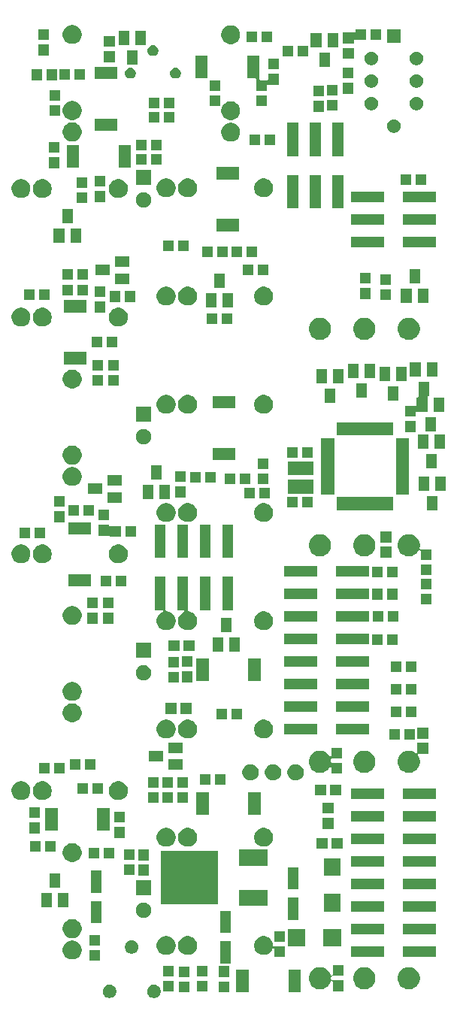
<source format=gbr>
G04 #@! TF.GenerationSoftware,KiCad,Pcbnew,(6.0.0-rc1-dev-1542-gf9f87b3ff-dirty)*
G04 #@! TF.CreationDate,2019-02-04T09:57:11-08:00
G04 #@! TF.ProjectId,qcd-23,7163642d-3233-42e6-9b69-6361645f7063,rev?*
G04 #@! TF.SameCoordinates,Original*
G04 #@! TF.FileFunction,Soldermask,Top*
G04 #@! TF.FilePolarity,Negative*
%FSLAX46Y46*%
G04 Gerber Fmt 4.6, Leading zero omitted, Abs format (unit mm)*
G04 Created by KiCad (PCBNEW (6.0.0-rc1-dev-1542-gf9f87b3ff-dirty)) date Monday, 04 February 2019 at 09:57:11*
%MOMM*%
%LPD*%
G04 APERTURE LIST*
%ADD10C,0.127000*%
G04 APERTURE END LIST*
D10*
G36*
X140172501Y-158275537D02*
G01*
X140310010Y-158332495D01*
X140433770Y-158415189D01*
X140539011Y-158520430D01*
X140621705Y-158644190D01*
X140678663Y-158781699D01*
X140707700Y-158927678D01*
X140707700Y-159076522D01*
X140678663Y-159222501D01*
X140621705Y-159360010D01*
X140539011Y-159483770D01*
X140433770Y-159589011D01*
X140310010Y-159671705D01*
X140172501Y-159728663D01*
X140026522Y-159757700D01*
X139877678Y-159757700D01*
X139731699Y-159728663D01*
X139594190Y-159671705D01*
X139470430Y-159589011D01*
X139365189Y-159483770D01*
X139282495Y-159360010D01*
X139225537Y-159222501D01*
X139196500Y-159076522D01*
X139196500Y-158927678D01*
X139225537Y-158781699D01*
X139282495Y-158644190D01*
X139365189Y-158520430D01*
X139470430Y-158415189D01*
X139594190Y-158332495D01*
X139731699Y-158275537D01*
X139877678Y-158246500D01*
X140026522Y-158246500D01*
X140172501Y-158275537D01*
X140172501Y-158275537D01*
G37*
G36*
X135172501Y-158275537D02*
G01*
X135310010Y-158332495D01*
X135433770Y-158415189D01*
X135539011Y-158520430D01*
X135621705Y-158644190D01*
X135678663Y-158781699D01*
X135707700Y-158927678D01*
X135707700Y-159076522D01*
X135678663Y-159222501D01*
X135621705Y-159360010D01*
X135539011Y-159483770D01*
X135433770Y-159589011D01*
X135310010Y-159671705D01*
X135172501Y-159728663D01*
X135026522Y-159757700D01*
X134877678Y-159757700D01*
X134731699Y-159728663D01*
X134594190Y-159671705D01*
X134470430Y-159589011D01*
X134365189Y-159483770D01*
X134282495Y-159360010D01*
X134225537Y-159222501D01*
X134196500Y-159076522D01*
X134196500Y-158927678D01*
X134225537Y-158781699D01*
X134282495Y-158644190D01*
X134365189Y-158520430D01*
X134470430Y-158415189D01*
X134594190Y-158332495D01*
X134731699Y-158275537D01*
X134877678Y-158246500D01*
X135026522Y-158246500D01*
X135172501Y-158275537D01*
X135172501Y-158275537D01*
G37*
G36*
X150646500Y-159124900D02*
G01*
X149243300Y-159124900D01*
X149243300Y-156571700D01*
X150646500Y-156571700D01*
X150646500Y-159124900D01*
X150646500Y-159124900D01*
G37*
G36*
X156496500Y-159124900D02*
G01*
X155093300Y-159124900D01*
X155093300Y-156571700D01*
X156496500Y-156571700D01*
X156496500Y-159124900D01*
X156496500Y-159124900D01*
G37*
G36*
X143997300Y-159122100D02*
G01*
X142794100Y-159122100D01*
X142794100Y-157918900D01*
X143997300Y-157918900D01*
X143997300Y-159122100D01*
X143997300Y-159122100D01*
G37*
G36*
X148442300Y-159071300D02*
G01*
X147239100Y-159071300D01*
X147239100Y-157868100D01*
X148442300Y-157868100D01*
X148442300Y-159071300D01*
X148442300Y-159071300D01*
G37*
G36*
X142168500Y-159045900D02*
G01*
X140965300Y-159045900D01*
X140965300Y-157842700D01*
X142168500Y-157842700D01*
X142168500Y-159045900D01*
X142168500Y-159045900D01*
G37*
G36*
X146003900Y-159020500D02*
G01*
X144800700Y-159020500D01*
X144800700Y-157817300D01*
X146003900Y-157817300D01*
X146003900Y-159020500D01*
X146003900Y-159020500D01*
G37*
G36*
X161294700Y-157269700D02*
G01*
X160034500Y-157269700D01*
X160010114Y-157272102D01*
X159986665Y-157279215D01*
X159965054Y-157290766D01*
X159946112Y-157306312D01*
X159930566Y-157325254D01*
X159919015Y-157346865D01*
X159911902Y-157370314D01*
X159909500Y-157394700D01*
X159909500Y-157641500D01*
X159911902Y-157665886D01*
X159919015Y-157689335D01*
X159930566Y-157710946D01*
X159946112Y-157729888D01*
X159965054Y-157745434D01*
X159986665Y-157756985D01*
X160010114Y-157764098D01*
X160034500Y-157766500D01*
X161294700Y-157766500D01*
X161294700Y-158969700D01*
X160091500Y-158969700D01*
X160091500Y-157954697D01*
X160089098Y-157930311D01*
X160081985Y-157906862D01*
X160070434Y-157885251D01*
X160054888Y-157866309D01*
X160035946Y-157850763D01*
X160014335Y-157839212D01*
X159990886Y-157832099D01*
X159966500Y-157829697D01*
X159942114Y-157832099D01*
X159918665Y-157839212D01*
X159897054Y-157850763D01*
X159878112Y-157866309D01*
X159862566Y-157885251D01*
X159851015Y-157906862D01*
X159767851Y-158107638D01*
X159631642Y-158311489D01*
X159458289Y-158484842D01*
X159254438Y-158621051D01*
X159027936Y-158714871D01*
X158787484Y-158762700D01*
X158542316Y-158762700D01*
X158301864Y-158714871D01*
X158075362Y-158621051D01*
X157871511Y-158484842D01*
X157698158Y-158311489D01*
X157561949Y-158107638D01*
X157468129Y-157881136D01*
X157420300Y-157640684D01*
X157420300Y-157395516D01*
X157468129Y-157155064D01*
X157561949Y-156928562D01*
X157698158Y-156724711D01*
X157871511Y-156551358D01*
X158075362Y-156415149D01*
X158301864Y-156321329D01*
X158542316Y-156273500D01*
X158787484Y-156273500D01*
X159027936Y-156321329D01*
X159254438Y-156415149D01*
X159458289Y-156551358D01*
X159631642Y-156724711D01*
X159767851Y-156928562D01*
X159851015Y-157129338D01*
X159862566Y-157150949D01*
X159878112Y-157169891D01*
X159897054Y-157185437D01*
X159918664Y-157196988D01*
X159942114Y-157204101D01*
X159966500Y-157206503D01*
X159990886Y-157204101D01*
X160014335Y-157196988D01*
X160035946Y-157185437D01*
X160054888Y-157169891D01*
X160070434Y-157150949D01*
X160081985Y-157129339D01*
X160089098Y-157105889D01*
X160091500Y-157081503D01*
X160091500Y-156066500D01*
X161294700Y-156066500D01*
X161294700Y-157269700D01*
X161294700Y-157269700D01*
G37*
G36*
X169027936Y-156321329D02*
G01*
X169254438Y-156415149D01*
X169458289Y-156551358D01*
X169631642Y-156724711D01*
X169767851Y-156928562D01*
X169861671Y-157155064D01*
X169909500Y-157395516D01*
X169909500Y-157640684D01*
X169861671Y-157881136D01*
X169767851Y-158107638D01*
X169631642Y-158311489D01*
X169458289Y-158484842D01*
X169254438Y-158621051D01*
X169027936Y-158714871D01*
X168787484Y-158762700D01*
X168542316Y-158762700D01*
X168301864Y-158714871D01*
X168075362Y-158621051D01*
X167871511Y-158484842D01*
X167698158Y-158311489D01*
X167561949Y-158107638D01*
X167468129Y-157881136D01*
X167420300Y-157640684D01*
X167420300Y-157395516D01*
X167468129Y-157155064D01*
X167561949Y-156928562D01*
X167698158Y-156724711D01*
X167871511Y-156551358D01*
X168075362Y-156415149D01*
X168301864Y-156321329D01*
X168542316Y-156273500D01*
X168787484Y-156273500D01*
X169027936Y-156321329D01*
X169027936Y-156321329D01*
G37*
G36*
X164027936Y-156321329D02*
G01*
X164254438Y-156415149D01*
X164458289Y-156551358D01*
X164631642Y-156724711D01*
X164767851Y-156928562D01*
X164861671Y-157155064D01*
X164909500Y-157395516D01*
X164909500Y-157640684D01*
X164861671Y-157881136D01*
X164767851Y-158107638D01*
X164631642Y-158311489D01*
X164458289Y-158484842D01*
X164254438Y-158621051D01*
X164027936Y-158714871D01*
X163787484Y-158762700D01*
X163542316Y-158762700D01*
X163301864Y-158714871D01*
X163075362Y-158621051D01*
X162871511Y-158484842D01*
X162698158Y-158311489D01*
X162561949Y-158107638D01*
X162468129Y-157881136D01*
X162420300Y-157640684D01*
X162420300Y-157395516D01*
X162468129Y-157155064D01*
X162561949Y-156928562D01*
X162698158Y-156724711D01*
X162871511Y-156551358D01*
X163075362Y-156415149D01*
X163301864Y-156321329D01*
X163542316Y-156273500D01*
X163787484Y-156273500D01*
X164027936Y-156321329D01*
X164027936Y-156321329D01*
G37*
G36*
X143997300Y-157422100D02*
G01*
X142794100Y-157422100D01*
X142794100Y-156218900D01*
X143997300Y-156218900D01*
X143997300Y-157422100D01*
X143997300Y-157422100D01*
G37*
G36*
X148442300Y-157371300D02*
G01*
X147239100Y-157371300D01*
X147239100Y-156168100D01*
X148442300Y-156168100D01*
X148442300Y-157371300D01*
X148442300Y-157371300D01*
G37*
G36*
X142168500Y-157345900D02*
G01*
X140965300Y-157345900D01*
X140965300Y-156142700D01*
X142168500Y-156142700D01*
X142168500Y-157345900D01*
X142168500Y-157345900D01*
G37*
G36*
X146003900Y-157320500D02*
G01*
X144800700Y-157320500D01*
X144800700Y-156117300D01*
X146003900Y-156117300D01*
X146003900Y-157320500D01*
X146003900Y-157320500D01*
G37*
G36*
X148620100Y-155872300D02*
G01*
X147416900Y-155872300D01*
X147416900Y-153369100D01*
X148620100Y-153369100D01*
X148620100Y-155872300D01*
X148620100Y-155872300D01*
G37*
G36*
X133862700Y-155540700D02*
G01*
X132659500Y-155540700D01*
X132659500Y-154337500D01*
X133862700Y-154337500D01*
X133862700Y-155540700D01*
X133862700Y-155540700D01*
G37*
G36*
X131057674Y-153317296D02*
G01*
X131251818Y-153397713D01*
X131426548Y-153514464D01*
X131575136Y-153663052D01*
X131691887Y-153837782D01*
X131772304Y-154031926D01*
X131813300Y-154238028D01*
X131813300Y-154448172D01*
X131772304Y-154654274D01*
X131691887Y-154848418D01*
X131575136Y-155023148D01*
X131426548Y-155171736D01*
X131251818Y-155288487D01*
X131057674Y-155368904D01*
X130851572Y-155409900D01*
X130641428Y-155409900D01*
X130435326Y-155368904D01*
X130241182Y-155288487D01*
X130066452Y-155171736D01*
X129917864Y-155023148D01*
X129801113Y-154848418D01*
X129720696Y-154654274D01*
X129679700Y-154448172D01*
X129679700Y-154238028D01*
X129720696Y-154031926D01*
X129801113Y-153837782D01*
X129917864Y-153663052D01*
X130066452Y-153514464D01*
X130241182Y-153397713D01*
X130435326Y-153317296D01*
X130641428Y-153276300D01*
X130851572Y-153276300D01*
X131057674Y-153317296D01*
X131057674Y-153317296D01*
G37*
G36*
X171771100Y-155155900D02*
G01*
X168011900Y-155155900D01*
X168011900Y-153936700D01*
X171771100Y-153936700D01*
X171771100Y-155155900D01*
X171771100Y-155155900D01*
G37*
G36*
X165921900Y-155155900D02*
G01*
X162162700Y-155155900D01*
X162162700Y-153936700D01*
X165921900Y-153936700D01*
X165921900Y-155155900D01*
X165921900Y-155155900D01*
G37*
G36*
X152622274Y-152809296D02*
G01*
X152816418Y-152889713D01*
X152991148Y-153006464D01*
X153139736Y-153155052D01*
X153256487Y-153329782D01*
X153297815Y-153429557D01*
X153309366Y-153451168D01*
X153324911Y-153470110D01*
X153343854Y-153485656D01*
X153363956Y-153496401D01*
X153355904Y-153511465D01*
X153348791Y-153534914D01*
X153346389Y-153559300D01*
X153348791Y-153583686D01*
X153377900Y-153730028D01*
X153377900Y-153806100D01*
X153380302Y-153830486D01*
X153387415Y-153853935D01*
X153398966Y-153875546D01*
X153414512Y-153894488D01*
X153433454Y-153910034D01*
X153455065Y-153921585D01*
X153478514Y-153928698D01*
X153502900Y-153931100D01*
X154741500Y-153931100D01*
X154741500Y-155134300D01*
X153538300Y-155134300D01*
X153538300Y-154288478D01*
X153535898Y-154264092D01*
X153528785Y-154240643D01*
X153517234Y-154219032D01*
X153501688Y-154200090D01*
X153482746Y-154184544D01*
X153461135Y-154172993D01*
X153437686Y-154165880D01*
X153413300Y-154163478D01*
X153388914Y-154165880D01*
X153365465Y-154172993D01*
X153343854Y-154184544D01*
X153324912Y-154200090D01*
X153309366Y-154219032D01*
X153297815Y-154240643D01*
X153256487Y-154340418D01*
X153139736Y-154515148D01*
X152991148Y-154663736D01*
X152816418Y-154780487D01*
X152622274Y-154860904D01*
X152416172Y-154901900D01*
X152206028Y-154901900D01*
X151999926Y-154860904D01*
X151805782Y-154780487D01*
X151631052Y-154663736D01*
X151482464Y-154515148D01*
X151365713Y-154340418D01*
X151285296Y-154146274D01*
X151244300Y-153940172D01*
X151244300Y-153730028D01*
X151285296Y-153523926D01*
X151365713Y-153329782D01*
X151482464Y-153155052D01*
X151631052Y-153006464D01*
X151805782Y-152889713D01*
X151999926Y-152809296D01*
X152206028Y-152768300D01*
X152416172Y-152768300D01*
X152622274Y-152809296D01*
X152622274Y-152809296D01*
G37*
G36*
X141649474Y-152809296D02*
G01*
X141843618Y-152889713D01*
X142018348Y-153006464D01*
X142166936Y-153155052D01*
X142283687Y-153329782D01*
X142364104Y-153523926D01*
X142405100Y-153730028D01*
X142405100Y-153940172D01*
X142364104Y-154146274D01*
X142283687Y-154340418D01*
X142166936Y-154515148D01*
X142018348Y-154663736D01*
X141843618Y-154780487D01*
X141649474Y-154860904D01*
X141443372Y-154901900D01*
X141233228Y-154901900D01*
X141027126Y-154860904D01*
X140832982Y-154780487D01*
X140658252Y-154663736D01*
X140509664Y-154515148D01*
X140392913Y-154340418D01*
X140312496Y-154146274D01*
X140271500Y-153940172D01*
X140271500Y-153730028D01*
X140312496Y-153523926D01*
X140392913Y-153329782D01*
X140509664Y-153155052D01*
X140658252Y-153006464D01*
X140832982Y-152889713D01*
X141027126Y-152809296D01*
X141233228Y-152768300D01*
X141443372Y-152768300D01*
X141649474Y-152809296D01*
X141649474Y-152809296D01*
G37*
G36*
X144062474Y-152809296D02*
G01*
X144256618Y-152889713D01*
X144431348Y-153006464D01*
X144579936Y-153155052D01*
X144696687Y-153329782D01*
X144777104Y-153523926D01*
X144818100Y-153730028D01*
X144818100Y-153940172D01*
X144777104Y-154146274D01*
X144696687Y-154340418D01*
X144579936Y-154515148D01*
X144431348Y-154663736D01*
X144256618Y-154780487D01*
X144062474Y-154860904D01*
X143856372Y-154901900D01*
X143646228Y-154901900D01*
X143440126Y-154860904D01*
X143245982Y-154780487D01*
X143071252Y-154663736D01*
X142922664Y-154515148D01*
X142805913Y-154340418D01*
X142725496Y-154146274D01*
X142684500Y-153940172D01*
X142684500Y-153730028D01*
X142725496Y-153523926D01*
X142805913Y-153329782D01*
X142922664Y-153155052D01*
X143071252Y-153006464D01*
X143245982Y-152889713D01*
X143440126Y-152809296D01*
X143646228Y-152768300D01*
X143856372Y-152768300D01*
X144062474Y-152809296D01*
X144062474Y-152809296D01*
G37*
G36*
X137672501Y-153275537D02*
G01*
X137810010Y-153332495D01*
X137933770Y-153415189D01*
X138039011Y-153520430D01*
X138121705Y-153644190D01*
X138178663Y-153781699D01*
X138207700Y-153927678D01*
X138207700Y-154076522D01*
X138178663Y-154222501D01*
X138121705Y-154360010D01*
X138039011Y-154483770D01*
X137933770Y-154589011D01*
X137810010Y-154671705D01*
X137672501Y-154728663D01*
X137526522Y-154757700D01*
X137377678Y-154757700D01*
X137231699Y-154728663D01*
X137094190Y-154671705D01*
X136970430Y-154589011D01*
X136865189Y-154483770D01*
X136782495Y-154360010D01*
X136725537Y-154222501D01*
X136696500Y-154076522D01*
X136696500Y-153927678D01*
X136725537Y-153781699D01*
X136782495Y-153644190D01*
X136865189Y-153520430D01*
X136970430Y-153415189D01*
X137094190Y-153332495D01*
X137231699Y-153275537D01*
X137377678Y-153246500D01*
X137526522Y-153246500D01*
X137672501Y-153275537D01*
X137672501Y-153275537D01*
G37*
G36*
X161027700Y-153897700D02*
G01*
X159024500Y-153897700D01*
X159024500Y-151994500D01*
X161027700Y-151994500D01*
X161027700Y-153897700D01*
X161027700Y-153897700D01*
G37*
G36*
X157027700Y-153897700D02*
G01*
X155024500Y-153897700D01*
X155024500Y-151994500D01*
X157027700Y-151994500D01*
X157027700Y-153897700D01*
X157027700Y-153897700D01*
G37*
G36*
X133862700Y-153840700D02*
G01*
X132659500Y-153840700D01*
X132659500Y-152637500D01*
X133862700Y-152637500D01*
X133862700Y-153840700D01*
X133862700Y-153840700D01*
G37*
G36*
X154741500Y-153434300D02*
G01*
X153526250Y-153434300D01*
X153528785Y-153429558D01*
X153535898Y-153406109D01*
X153538300Y-153381722D01*
X153538300Y-152231100D01*
X154741500Y-152231100D01*
X154741500Y-153434300D01*
X154741500Y-153434300D01*
G37*
G36*
X131057674Y-150904296D02*
G01*
X131251818Y-150984713D01*
X131426548Y-151101464D01*
X131575136Y-151250052D01*
X131691887Y-151424782D01*
X131772304Y-151618926D01*
X131813300Y-151825028D01*
X131813300Y-152035172D01*
X131772304Y-152241274D01*
X131691887Y-152435418D01*
X131575136Y-152610148D01*
X131426548Y-152758736D01*
X131251818Y-152875487D01*
X131057674Y-152955904D01*
X130851572Y-152996900D01*
X130641428Y-152996900D01*
X130435326Y-152955904D01*
X130241182Y-152875487D01*
X130066452Y-152758736D01*
X129917864Y-152610148D01*
X129801113Y-152435418D01*
X129720696Y-152241274D01*
X129679700Y-152035172D01*
X129679700Y-151825028D01*
X129720696Y-151618926D01*
X129801113Y-151424782D01*
X129917864Y-151250052D01*
X130066452Y-151101464D01*
X130241182Y-150984713D01*
X130435326Y-150904296D01*
X130641428Y-150863300D01*
X130851572Y-150863300D01*
X131057674Y-150904296D01*
X131057674Y-150904296D01*
G37*
G36*
X165921900Y-152615900D02*
G01*
X162162700Y-152615900D01*
X162162700Y-151396700D01*
X165921900Y-151396700D01*
X165921900Y-152615900D01*
X165921900Y-152615900D01*
G37*
G36*
X171771100Y-152615900D02*
G01*
X168011900Y-152615900D01*
X168011900Y-151396700D01*
X171771100Y-151396700D01*
X171771100Y-152615900D01*
X171771100Y-152615900D01*
G37*
G36*
X148620100Y-152447300D02*
G01*
X147416900Y-152447300D01*
X147416900Y-149944100D01*
X148620100Y-149944100D01*
X148620100Y-152447300D01*
X148620100Y-152447300D01*
G37*
G36*
X134091300Y-151325300D02*
G01*
X132888100Y-151325300D01*
X132888100Y-148822100D01*
X134091300Y-148822100D01*
X134091300Y-151325300D01*
X134091300Y-151325300D01*
G37*
G36*
X156265500Y-150944300D02*
G01*
X155062300Y-150944300D01*
X155062300Y-148441100D01*
X156265500Y-148441100D01*
X156265500Y-150944300D01*
X156265500Y-150944300D01*
G37*
G36*
X139024803Y-149016887D02*
G01*
X139181968Y-149081987D01*
X139323413Y-149176498D01*
X139443702Y-149296787D01*
X139538213Y-149438232D01*
X139603313Y-149595397D01*
X139636500Y-149762243D01*
X139636500Y-149932357D01*
X139603313Y-150099203D01*
X139538213Y-150256368D01*
X139443702Y-150397813D01*
X139323413Y-150518102D01*
X139181968Y-150612613D01*
X139024803Y-150677713D01*
X138857957Y-150710900D01*
X138687843Y-150710900D01*
X138520997Y-150677713D01*
X138363832Y-150612613D01*
X138222387Y-150518102D01*
X138102098Y-150397813D01*
X138007587Y-150256368D01*
X137942487Y-150099203D01*
X137909300Y-149932357D01*
X137909300Y-149762243D01*
X137942487Y-149595397D01*
X138007587Y-149438232D01*
X138102098Y-149296787D01*
X138222387Y-149176498D01*
X138363832Y-149081987D01*
X138520997Y-149016887D01*
X138687843Y-148983700D01*
X138857957Y-148983700D01*
X139024803Y-149016887D01*
X139024803Y-149016887D01*
G37*
G36*
X171771100Y-150075900D02*
G01*
X168011900Y-150075900D01*
X168011900Y-148856700D01*
X171771100Y-148856700D01*
X171771100Y-150075900D01*
X171771100Y-150075900D01*
G37*
G36*
X165921900Y-150075900D02*
G01*
X162162700Y-150075900D01*
X162162700Y-148856700D01*
X165921900Y-148856700D01*
X165921900Y-150075900D01*
X165921900Y-150075900D01*
G37*
G36*
X160984300Y-150004100D02*
G01*
X159081100Y-150004100D01*
X159081100Y-148000900D01*
X160984300Y-148000900D01*
X160984300Y-150004100D01*
X160984300Y-150004100D01*
G37*
G36*
X130367700Y-149513700D02*
G01*
X129164500Y-149513700D01*
X129164500Y-147910500D01*
X130367700Y-147910500D01*
X130367700Y-149513700D01*
X130367700Y-149513700D01*
G37*
G36*
X128467700Y-149513700D02*
G01*
X127264500Y-149513700D01*
X127264500Y-147910500D01*
X128467700Y-147910500D01*
X128467700Y-149513700D01*
X128467700Y-149513700D01*
G37*
G36*
X152743700Y-149396700D02*
G01*
X149540500Y-149396700D01*
X149540500Y-147593500D01*
X152743700Y-147593500D01*
X152743700Y-149396700D01*
X152743700Y-149396700D01*
G37*
G36*
X147163700Y-149216700D02*
G01*
X140760500Y-149216700D01*
X140760500Y-143213500D01*
X147163700Y-143213500D01*
X147163700Y-149216700D01*
X147163700Y-149216700D01*
G37*
G36*
X139636500Y-148170900D02*
G01*
X137909300Y-148170900D01*
X137909300Y-146443700D01*
X139636500Y-146443700D01*
X139636500Y-148170900D01*
X139636500Y-148170900D01*
G37*
G36*
X134091300Y-147900300D02*
G01*
X132888100Y-147900300D01*
X132888100Y-145397100D01*
X134091300Y-145397100D01*
X134091300Y-147900300D01*
X134091300Y-147900300D01*
G37*
G36*
X171771100Y-147535900D02*
G01*
X168011900Y-147535900D01*
X168011900Y-146316700D01*
X171771100Y-146316700D01*
X171771100Y-147535900D01*
X171771100Y-147535900D01*
G37*
G36*
X165921900Y-147535900D02*
G01*
X162162700Y-147535900D01*
X162162700Y-146316700D01*
X165921900Y-146316700D01*
X165921900Y-147535900D01*
X165921900Y-147535900D01*
G37*
G36*
X156265500Y-147519300D02*
G01*
X155062300Y-147519300D01*
X155062300Y-145016100D01*
X156265500Y-145016100D01*
X156265500Y-147519300D01*
X156265500Y-147519300D01*
G37*
G36*
X129417700Y-147313700D02*
G01*
X128214500Y-147313700D01*
X128214500Y-145710500D01*
X129417700Y-145710500D01*
X129417700Y-147313700D01*
X129417700Y-147313700D01*
G37*
G36*
X160984300Y-146004100D02*
G01*
X159081100Y-146004100D01*
X159081100Y-144000900D01*
X160984300Y-144000900D01*
X160984300Y-146004100D01*
X160984300Y-146004100D01*
G37*
G36*
X139425300Y-145939500D02*
G01*
X138222100Y-145939500D01*
X138222100Y-144736300D01*
X139425300Y-144736300D01*
X139425300Y-145939500D01*
X139425300Y-145939500D01*
G37*
G36*
X137774300Y-145914100D02*
G01*
X136571100Y-145914100D01*
X136571100Y-144710900D01*
X137774300Y-144710900D01*
X137774300Y-145914100D01*
X137774300Y-145914100D01*
G37*
G36*
X171771100Y-144995900D02*
G01*
X168011900Y-144995900D01*
X168011900Y-143776700D01*
X171771100Y-143776700D01*
X171771100Y-144995900D01*
X171771100Y-144995900D01*
G37*
G36*
X165921900Y-144995900D02*
G01*
X162162700Y-144995900D01*
X162162700Y-143776700D01*
X165921900Y-143776700D01*
X165921900Y-144995900D01*
X165921900Y-144995900D01*
G37*
G36*
X152743700Y-144836700D02*
G01*
X149540500Y-144836700D01*
X149540500Y-143033500D01*
X152743700Y-143033500D01*
X152743700Y-144836700D01*
X152743700Y-144836700D01*
G37*
G36*
X131057674Y-142344496D02*
G01*
X131251818Y-142424913D01*
X131426548Y-142541664D01*
X131575136Y-142690252D01*
X131691887Y-142864982D01*
X131772304Y-143059126D01*
X131813300Y-143265228D01*
X131813300Y-143475372D01*
X131772304Y-143681474D01*
X131691887Y-143875618D01*
X131575136Y-144050348D01*
X131426548Y-144198936D01*
X131251818Y-144315687D01*
X131057674Y-144396104D01*
X130851572Y-144437100D01*
X130641428Y-144437100D01*
X130435326Y-144396104D01*
X130241182Y-144315687D01*
X130066452Y-144198936D01*
X129917864Y-144050348D01*
X129801113Y-143875618D01*
X129720696Y-143681474D01*
X129679700Y-143475372D01*
X129679700Y-143265228D01*
X129720696Y-143059126D01*
X129801113Y-142864982D01*
X129917864Y-142690252D01*
X130066452Y-142541664D01*
X130241182Y-142424913D01*
X130435326Y-142344496D01*
X130641428Y-142303500D01*
X130851572Y-142303500D01*
X131057674Y-142344496D01*
X131057674Y-142344496D01*
G37*
G36*
X139425300Y-144239500D02*
G01*
X138222100Y-144239500D01*
X138222100Y-143036300D01*
X139425300Y-143036300D01*
X139425300Y-144239500D01*
X139425300Y-144239500D01*
G37*
G36*
X137774300Y-144214100D02*
G01*
X136571100Y-144214100D01*
X136571100Y-143010900D01*
X137774300Y-143010900D01*
X137774300Y-144214100D01*
X137774300Y-144214100D01*
G37*
G36*
X133774700Y-144022700D02*
G01*
X132571500Y-144022700D01*
X132571500Y-142819500D01*
X133774700Y-142819500D01*
X133774700Y-144022700D01*
X133774700Y-144022700D01*
G37*
G36*
X135474700Y-144022700D02*
G01*
X134271500Y-144022700D01*
X134271500Y-142819500D01*
X135474700Y-142819500D01*
X135474700Y-144022700D01*
X135474700Y-144022700D01*
G37*
G36*
X128870700Y-143260700D02*
G01*
X127667500Y-143260700D01*
X127667500Y-142057500D01*
X128870700Y-142057500D01*
X128870700Y-143260700D01*
X128870700Y-143260700D01*
G37*
G36*
X127170700Y-143260700D02*
G01*
X125967500Y-143260700D01*
X125967500Y-142057500D01*
X127170700Y-142057500D01*
X127170700Y-143260700D01*
X127170700Y-143260700D01*
G37*
G36*
X159504900Y-142930500D02*
G01*
X158301700Y-142930500D01*
X158301700Y-141727300D01*
X159504900Y-141727300D01*
X159504900Y-142930500D01*
X159504900Y-142930500D01*
G37*
G36*
X161204900Y-142930500D02*
G01*
X160001700Y-142930500D01*
X160001700Y-141727300D01*
X161204900Y-141727300D01*
X161204900Y-142930500D01*
X161204900Y-142930500D01*
G37*
G36*
X141649474Y-140617296D02*
G01*
X141843618Y-140697713D01*
X142018348Y-140814464D01*
X142166936Y-140963052D01*
X142283687Y-141137782D01*
X142364104Y-141331926D01*
X142405100Y-141538028D01*
X142405100Y-141748172D01*
X142364104Y-141954274D01*
X142283687Y-142148418D01*
X142166936Y-142323148D01*
X142018348Y-142471736D01*
X141843618Y-142588487D01*
X141649474Y-142668904D01*
X141443372Y-142709900D01*
X141233228Y-142709900D01*
X141027126Y-142668904D01*
X140832982Y-142588487D01*
X140658252Y-142471736D01*
X140509664Y-142323148D01*
X140392913Y-142148418D01*
X140312496Y-141954274D01*
X140271500Y-141748172D01*
X140271500Y-141538028D01*
X140312496Y-141331926D01*
X140392913Y-141137782D01*
X140509664Y-140963052D01*
X140658252Y-140814464D01*
X140832982Y-140697713D01*
X141027126Y-140617296D01*
X141233228Y-140576300D01*
X141443372Y-140576300D01*
X141649474Y-140617296D01*
X141649474Y-140617296D01*
G37*
G36*
X144062474Y-140617296D02*
G01*
X144256618Y-140697713D01*
X144431348Y-140814464D01*
X144579936Y-140963052D01*
X144696687Y-141137782D01*
X144777104Y-141331926D01*
X144818100Y-141538028D01*
X144818100Y-141748172D01*
X144777104Y-141954274D01*
X144696687Y-142148418D01*
X144579936Y-142323148D01*
X144431348Y-142471736D01*
X144256618Y-142588487D01*
X144062474Y-142668904D01*
X143856372Y-142709900D01*
X143646228Y-142709900D01*
X143440126Y-142668904D01*
X143245982Y-142588487D01*
X143071252Y-142471736D01*
X142922664Y-142323148D01*
X142805913Y-142148418D01*
X142725496Y-141954274D01*
X142684500Y-141748172D01*
X142684500Y-141538028D01*
X142725496Y-141331926D01*
X142805913Y-141137782D01*
X142922664Y-140963052D01*
X143071252Y-140814464D01*
X143245982Y-140697713D01*
X143440126Y-140617296D01*
X143646228Y-140576300D01*
X143856372Y-140576300D01*
X144062474Y-140617296D01*
X144062474Y-140617296D01*
G37*
G36*
X152622274Y-140617296D02*
G01*
X152816418Y-140697713D01*
X152991148Y-140814464D01*
X153139736Y-140963052D01*
X153256487Y-141137782D01*
X153336904Y-141331926D01*
X153377900Y-141538028D01*
X153377900Y-141748172D01*
X153336904Y-141954274D01*
X153256487Y-142148418D01*
X153139736Y-142323148D01*
X152991148Y-142471736D01*
X152816418Y-142588487D01*
X152622274Y-142668904D01*
X152416172Y-142709900D01*
X152206028Y-142709900D01*
X151999926Y-142668904D01*
X151805782Y-142588487D01*
X151631052Y-142471736D01*
X151482464Y-142323148D01*
X151365713Y-142148418D01*
X151285296Y-141954274D01*
X151244300Y-141748172D01*
X151244300Y-141538028D01*
X151285296Y-141331926D01*
X151365713Y-141137782D01*
X151482464Y-140963052D01*
X151631052Y-140814464D01*
X151805782Y-140697713D01*
X151999926Y-140617296D01*
X152206028Y-140576300D01*
X152416172Y-140576300D01*
X152622274Y-140617296D01*
X152622274Y-140617296D01*
G37*
G36*
X171771100Y-142455900D02*
G01*
X168011900Y-142455900D01*
X168011900Y-141236700D01*
X171771100Y-141236700D01*
X171771100Y-142455900D01*
X171771100Y-142455900D01*
G37*
G36*
X165921900Y-142455900D02*
G01*
X162162700Y-142455900D01*
X162162700Y-141236700D01*
X165921900Y-141236700D01*
X165921900Y-142455900D01*
X165921900Y-142455900D01*
G37*
G36*
X136656700Y-141697700D02*
G01*
X135453500Y-141697700D01*
X135453500Y-140494500D01*
X136656700Y-140494500D01*
X136656700Y-141697700D01*
X136656700Y-141697700D01*
G37*
G36*
X127131700Y-141189700D02*
G01*
X125928500Y-141189700D01*
X125928500Y-139986500D01*
X127131700Y-139986500D01*
X127131700Y-141189700D01*
X127131700Y-141189700D01*
G37*
G36*
X129132700Y-140887700D02*
G01*
X127729500Y-140887700D01*
X127729500Y-138334500D01*
X129132700Y-138334500D01*
X129132700Y-140887700D01*
X129132700Y-140887700D01*
G37*
G36*
X134982700Y-140887700D02*
G01*
X133579500Y-140887700D01*
X133579500Y-138334500D01*
X134982700Y-138334500D01*
X134982700Y-140887700D01*
X134982700Y-140887700D01*
G37*
G36*
X160177100Y-140681700D02*
G01*
X158973900Y-140681700D01*
X158973900Y-139478500D01*
X160177100Y-139478500D01*
X160177100Y-140681700D01*
X160177100Y-140681700D01*
G37*
G36*
X136656700Y-139997700D02*
G01*
X135453500Y-139997700D01*
X135453500Y-138794500D01*
X136656700Y-138794500D01*
X136656700Y-139997700D01*
X136656700Y-139997700D01*
G37*
G36*
X165921900Y-139915900D02*
G01*
X162162700Y-139915900D01*
X162162700Y-138696700D01*
X165921900Y-138696700D01*
X165921900Y-139915900D01*
X165921900Y-139915900D01*
G37*
G36*
X171771100Y-139915900D02*
G01*
X168011900Y-139915900D01*
X168011900Y-138696700D01*
X171771100Y-138696700D01*
X171771100Y-139915900D01*
X171771100Y-139915900D01*
G37*
G36*
X127131700Y-139489700D02*
G01*
X125928500Y-139489700D01*
X125928500Y-138286500D01*
X127131700Y-138286500D01*
X127131700Y-139489700D01*
X127131700Y-139489700D01*
G37*
G36*
X146150700Y-139109700D02*
G01*
X144747500Y-139109700D01*
X144747500Y-136556500D01*
X146150700Y-136556500D01*
X146150700Y-139109700D01*
X146150700Y-139109700D01*
G37*
G36*
X152000700Y-139109700D02*
G01*
X150597500Y-139109700D01*
X150597500Y-136556500D01*
X152000700Y-136556500D01*
X152000700Y-139109700D01*
X152000700Y-139109700D01*
G37*
G36*
X160177100Y-138981700D02*
G01*
X158973900Y-138981700D01*
X158973900Y-137778500D01*
X160177100Y-137778500D01*
X160177100Y-138981700D01*
X160177100Y-138981700D01*
G37*
G36*
X140466700Y-137760700D02*
G01*
X139263500Y-137760700D01*
X139263500Y-136557500D01*
X140466700Y-136557500D01*
X140466700Y-137760700D01*
X140466700Y-137760700D01*
G37*
G36*
X142117700Y-137760700D02*
G01*
X140914500Y-137760700D01*
X140914500Y-136557500D01*
X142117700Y-136557500D01*
X142117700Y-137760700D01*
X142117700Y-137760700D01*
G37*
G36*
X143768700Y-137760700D02*
G01*
X142565500Y-137760700D01*
X142565500Y-136557500D01*
X143768700Y-136557500D01*
X143768700Y-137760700D01*
X143768700Y-137760700D01*
G37*
G36*
X125291874Y-135359496D02*
G01*
X125486018Y-135439913D01*
X125660748Y-135556664D01*
X125809336Y-135705252D01*
X125926087Y-135879982D01*
X126006504Y-136074126D01*
X126047500Y-136280228D01*
X126047500Y-136490372D01*
X126006504Y-136696474D01*
X125926087Y-136890618D01*
X125809336Y-137065348D01*
X125660748Y-137213936D01*
X125486018Y-137330687D01*
X125291874Y-137411104D01*
X125085772Y-137452100D01*
X124875628Y-137452100D01*
X124669526Y-137411104D01*
X124475382Y-137330687D01*
X124300652Y-137213936D01*
X124152064Y-137065348D01*
X124035313Y-136890618D01*
X123954896Y-136696474D01*
X123913900Y-136490372D01*
X123913900Y-136280228D01*
X123954896Y-136074126D01*
X124035313Y-135879982D01*
X124152064Y-135705252D01*
X124300652Y-135556664D01*
X124475382Y-135439913D01*
X124669526Y-135359496D01*
X124875628Y-135318500D01*
X125085772Y-135318500D01*
X125291874Y-135359496D01*
X125291874Y-135359496D01*
G37*
G36*
X127704874Y-135359496D02*
G01*
X127899018Y-135439913D01*
X128073748Y-135556664D01*
X128222336Y-135705252D01*
X128339087Y-135879982D01*
X128419504Y-136074126D01*
X128460500Y-136280228D01*
X128460500Y-136490372D01*
X128419504Y-136696474D01*
X128339087Y-136890618D01*
X128222336Y-137065348D01*
X128073748Y-137213936D01*
X127899018Y-137330687D01*
X127704874Y-137411104D01*
X127498772Y-137452100D01*
X127288628Y-137452100D01*
X127082526Y-137411104D01*
X126888382Y-137330687D01*
X126713652Y-137213936D01*
X126565064Y-137065348D01*
X126448313Y-136890618D01*
X126367896Y-136696474D01*
X126326900Y-136490372D01*
X126326900Y-136280228D01*
X126367896Y-136074126D01*
X126448313Y-135879982D01*
X126565064Y-135705252D01*
X126713652Y-135556664D01*
X126888382Y-135439913D01*
X127082526Y-135359496D01*
X127288628Y-135318500D01*
X127498772Y-135318500D01*
X127704874Y-135359496D01*
X127704874Y-135359496D01*
G37*
G36*
X136264674Y-135359496D02*
G01*
X136458818Y-135439913D01*
X136633548Y-135556664D01*
X136782136Y-135705252D01*
X136898887Y-135879982D01*
X136979304Y-136074126D01*
X137020300Y-136280228D01*
X137020300Y-136490372D01*
X136979304Y-136696474D01*
X136898887Y-136890618D01*
X136782136Y-137065348D01*
X136633548Y-137213936D01*
X136458818Y-137330687D01*
X136264674Y-137411104D01*
X136058572Y-137452100D01*
X135848428Y-137452100D01*
X135642326Y-137411104D01*
X135448182Y-137330687D01*
X135273452Y-137213936D01*
X135124864Y-137065348D01*
X135008113Y-136890618D01*
X134927696Y-136696474D01*
X134886700Y-136490372D01*
X134886700Y-136280228D01*
X134927696Y-136074126D01*
X135008113Y-135879982D01*
X135124864Y-135705252D01*
X135273452Y-135556664D01*
X135448182Y-135439913D01*
X135642326Y-135359496D01*
X135848428Y-135318500D01*
X136058572Y-135318500D01*
X136264674Y-135359496D01*
X136264674Y-135359496D01*
G37*
G36*
X171771100Y-137375900D02*
G01*
X168011900Y-137375900D01*
X168011900Y-136156700D01*
X171771100Y-136156700D01*
X171771100Y-137375900D01*
X171771100Y-137375900D01*
G37*
G36*
X165921900Y-137375900D02*
G01*
X162162700Y-137375900D01*
X162162700Y-136156700D01*
X165921900Y-136156700D01*
X165921900Y-137375900D01*
X165921900Y-137375900D01*
G37*
G36*
X159327100Y-136936100D02*
G01*
X158123900Y-136936100D01*
X158123900Y-135732900D01*
X159327100Y-135732900D01*
X159327100Y-136936100D01*
X159327100Y-136936100D01*
G37*
G36*
X161027100Y-136936100D02*
G01*
X159823900Y-136936100D01*
X159823900Y-135732900D01*
X161027100Y-135732900D01*
X161027100Y-136936100D01*
X161027100Y-136936100D01*
G37*
G36*
X132504700Y-136783700D02*
G01*
X131301500Y-136783700D01*
X131301500Y-135580500D01*
X132504700Y-135580500D01*
X132504700Y-136783700D01*
X132504700Y-136783700D01*
G37*
G36*
X134204700Y-136783700D02*
G01*
X133001500Y-136783700D01*
X133001500Y-135580500D01*
X134204700Y-135580500D01*
X134204700Y-136783700D01*
X134204700Y-136783700D01*
G37*
G36*
X143768700Y-136060700D02*
G01*
X142565500Y-136060700D01*
X142565500Y-134857500D01*
X143768700Y-134857500D01*
X143768700Y-136060700D01*
X143768700Y-136060700D01*
G37*
G36*
X142117700Y-136060700D02*
G01*
X140914500Y-136060700D01*
X140914500Y-134857500D01*
X142117700Y-134857500D01*
X142117700Y-136060700D01*
X142117700Y-136060700D01*
G37*
G36*
X140466700Y-136060700D02*
G01*
X139263500Y-136060700D01*
X139263500Y-134857500D01*
X140466700Y-134857500D01*
X140466700Y-136060700D01*
X140466700Y-136060700D01*
G37*
G36*
X148047700Y-135767700D02*
G01*
X146844500Y-135767700D01*
X146844500Y-134564500D01*
X148047700Y-134564500D01*
X148047700Y-135767700D01*
X148047700Y-135767700D01*
G37*
G36*
X146347700Y-135767700D02*
G01*
X145144500Y-135767700D01*
X145144500Y-134564500D01*
X146347700Y-134564500D01*
X146347700Y-135767700D01*
X146347700Y-135767700D01*
G37*
G36*
X156188322Y-133436427D02*
G01*
X156188324Y-133436428D01*
X156188325Y-133436428D01*
X156357047Y-133506314D01*
X156508208Y-133607317D01*
X156508895Y-133607776D01*
X156638024Y-133736905D01*
X156638026Y-133736908D01*
X156739486Y-133888753D01*
X156809372Y-134057475D01*
X156809373Y-134057478D01*
X156845000Y-134236587D01*
X156845000Y-134419213D01*
X156816101Y-134564500D01*
X156809372Y-134598325D01*
X156739486Y-134767047D01*
X156679047Y-134857500D01*
X156638024Y-134918895D01*
X156508895Y-135048024D01*
X156508892Y-135048026D01*
X156357047Y-135149486D01*
X156188325Y-135219372D01*
X156188324Y-135219372D01*
X156188322Y-135219373D01*
X156009213Y-135255000D01*
X155826587Y-135255000D01*
X155647478Y-135219373D01*
X155647476Y-135219372D01*
X155647475Y-135219372D01*
X155478753Y-135149486D01*
X155326908Y-135048026D01*
X155326905Y-135048024D01*
X155197776Y-134918895D01*
X155156753Y-134857500D01*
X155096314Y-134767047D01*
X155026428Y-134598325D01*
X155019700Y-134564500D01*
X154990800Y-134419213D01*
X154990800Y-134236587D01*
X155026427Y-134057478D01*
X155026428Y-134057475D01*
X155096314Y-133888753D01*
X155197774Y-133736908D01*
X155197776Y-133736905D01*
X155326905Y-133607776D01*
X155327592Y-133607317D01*
X155478753Y-133506314D01*
X155647475Y-133436428D01*
X155647476Y-133436428D01*
X155647478Y-133436427D01*
X155826587Y-133400800D01*
X156009213Y-133400800D01*
X156188322Y-133436427D01*
X156188322Y-133436427D01*
G37*
G36*
X151108322Y-133436427D02*
G01*
X151108324Y-133436428D01*
X151108325Y-133436428D01*
X151277047Y-133506314D01*
X151428208Y-133607317D01*
X151428895Y-133607776D01*
X151558024Y-133736905D01*
X151558026Y-133736908D01*
X151659486Y-133888753D01*
X151729372Y-134057475D01*
X151729373Y-134057478D01*
X151765000Y-134236587D01*
X151765000Y-134419213D01*
X151736101Y-134564500D01*
X151729372Y-134598325D01*
X151659486Y-134767047D01*
X151599047Y-134857500D01*
X151558024Y-134918895D01*
X151428895Y-135048024D01*
X151428892Y-135048026D01*
X151277047Y-135149486D01*
X151108325Y-135219372D01*
X151108324Y-135219372D01*
X151108322Y-135219373D01*
X150929213Y-135255000D01*
X150746587Y-135255000D01*
X150567478Y-135219373D01*
X150567476Y-135219372D01*
X150567475Y-135219372D01*
X150398753Y-135149486D01*
X150246908Y-135048026D01*
X150246905Y-135048024D01*
X150117776Y-134918895D01*
X150076753Y-134857500D01*
X150016314Y-134767047D01*
X149946428Y-134598325D01*
X149939700Y-134564500D01*
X149910800Y-134419213D01*
X149910800Y-134236587D01*
X149946427Y-134057478D01*
X149946428Y-134057475D01*
X150016314Y-133888753D01*
X150117774Y-133736908D01*
X150117776Y-133736905D01*
X150246905Y-133607776D01*
X150247592Y-133607317D01*
X150398753Y-133506314D01*
X150567475Y-133436428D01*
X150567476Y-133436428D01*
X150567478Y-133436427D01*
X150746587Y-133400800D01*
X150929213Y-133400800D01*
X151108322Y-133436427D01*
X151108322Y-133436427D01*
G37*
G36*
X153648322Y-133436427D02*
G01*
X153648324Y-133436428D01*
X153648325Y-133436428D01*
X153817047Y-133506314D01*
X153968208Y-133607317D01*
X153968895Y-133607776D01*
X154098024Y-133736905D01*
X154098026Y-133736908D01*
X154199486Y-133888753D01*
X154269372Y-134057475D01*
X154269373Y-134057478D01*
X154305000Y-134236587D01*
X154305000Y-134419213D01*
X154276101Y-134564500D01*
X154269372Y-134598325D01*
X154199486Y-134767047D01*
X154139047Y-134857500D01*
X154098024Y-134918895D01*
X153968895Y-135048024D01*
X153968892Y-135048026D01*
X153817047Y-135149486D01*
X153648325Y-135219372D01*
X153648324Y-135219372D01*
X153648322Y-135219373D01*
X153469213Y-135255000D01*
X153286587Y-135255000D01*
X153107478Y-135219373D01*
X153107476Y-135219372D01*
X153107475Y-135219372D01*
X152938753Y-135149486D01*
X152786908Y-135048026D01*
X152786905Y-135048024D01*
X152657776Y-134918895D01*
X152616753Y-134857500D01*
X152556314Y-134767047D01*
X152486428Y-134598325D01*
X152479700Y-134564500D01*
X152450800Y-134419213D01*
X152450800Y-134236587D01*
X152486427Y-134057478D01*
X152486428Y-134057475D01*
X152556314Y-133888753D01*
X152657774Y-133736908D01*
X152657776Y-133736905D01*
X152786905Y-133607776D01*
X152787592Y-133607317D01*
X152938753Y-133506314D01*
X153107475Y-133436428D01*
X153107476Y-133436428D01*
X153107478Y-133436427D01*
X153286587Y-133400800D01*
X153469213Y-133400800D01*
X153648322Y-133436427D01*
X153648322Y-133436427D01*
G37*
G36*
X129886700Y-134497700D02*
G01*
X128683500Y-134497700D01*
X128683500Y-133294500D01*
X129886700Y-133294500D01*
X129886700Y-134497700D01*
X129886700Y-134497700D01*
G37*
G36*
X128186700Y-134497700D02*
G01*
X126983500Y-134497700D01*
X126983500Y-133294500D01*
X128186700Y-133294500D01*
X128186700Y-134497700D01*
X128186700Y-134497700D01*
G37*
G36*
X161167700Y-132758700D02*
G01*
X160011524Y-132758700D01*
X159987138Y-132761102D01*
X159963689Y-132768215D01*
X159942078Y-132779766D01*
X159923136Y-132795312D01*
X159907590Y-132814254D01*
X159896039Y-132835865D01*
X159888926Y-132859314D01*
X159886524Y-132883700D01*
X159888926Y-132908087D01*
X159909500Y-133011518D01*
X159909500Y-133130500D01*
X159911902Y-133154886D01*
X159919015Y-133178335D01*
X159930566Y-133199946D01*
X159946112Y-133218888D01*
X159965054Y-133234434D01*
X159986665Y-133245985D01*
X160010114Y-133253098D01*
X160034500Y-133255500D01*
X161167700Y-133255500D01*
X161167700Y-134458700D01*
X159964500Y-134458700D01*
X159964500Y-133841402D01*
X159962098Y-133817016D01*
X159954985Y-133793567D01*
X159943434Y-133771956D01*
X159927888Y-133753014D01*
X159908946Y-133737468D01*
X159887335Y-133725917D01*
X159863886Y-133718804D01*
X159839500Y-133716402D01*
X159815114Y-133718804D01*
X159791665Y-133725917D01*
X159770054Y-133737468D01*
X159751112Y-133753014D01*
X159735566Y-133771956D01*
X159631642Y-133927489D01*
X159458289Y-134100842D01*
X159254438Y-134237051D01*
X159027936Y-134330871D01*
X158787484Y-134378700D01*
X158542316Y-134378700D01*
X158301864Y-134330871D01*
X158075362Y-134237051D01*
X157871511Y-134100842D01*
X157698158Y-133927489D01*
X157561949Y-133723638D01*
X157468129Y-133497136D01*
X157420300Y-133256684D01*
X157420300Y-133011516D01*
X157468129Y-132771064D01*
X157561949Y-132544562D01*
X157698158Y-132340711D01*
X157871511Y-132167358D01*
X158075362Y-132031149D01*
X158301864Y-131937329D01*
X158542316Y-131889500D01*
X158787484Y-131889500D01*
X159027936Y-131937329D01*
X159254438Y-132031149D01*
X159458289Y-132167358D01*
X159631642Y-132340711D01*
X159735566Y-132496244D01*
X159751112Y-132515186D01*
X159770054Y-132530732D01*
X159791665Y-132542283D01*
X159815114Y-132549396D01*
X159839500Y-132551798D01*
X159863886Y-132549396D01*
X159887335Y-132542283D01*
X159908946Y-132530732D01*
X159927888Y-132515186D01*
X159943434Y-132496244D01*
X159954985Y-132474633D01*
X159962098Y-132451184D01*
X159964500Y-132426798D01*
X159964500Y-131555500D01*
X161167700Y-131555500D01*
X161167700Y-132758700D01*
X161167700Y-132758700D01*
G37*
G36*
X164027936Y-131937329D02*
G01*
X164254438Y-132031149D01*
X164458289Y-132167358D01*
X164631642Y-132340711D01*
X164767851Y-132544562D01*
X164861671Y-132771064D01*
X164909500Y-133011516D01*
X164909500Y-133256684D01*
X164861671Y-133497136D01*
X164767851Y-133723638D01*
X164631642Y-133927489D01*
X164458289Y-134100842D01*
X164254438Y-134237051D01*
X164027936Y-134330871D01*
X163787484Y-134378700D01*
X163542316Y-134378700D01*
X163301864Y-134330871D01*
X163075362Y-134237051D01*
X162871511Y-134100842D01*
X162698158Y-133927489D01*
X162561949Y-133723638D01*
X162468129Y-133497136D01*
X162420300Y-133256684D01*
X162420300Y-133011516D01*
X162468129Y-132771064D01*
X162561949Y-132544562D01*
X162698158Y-132340711D01*
X162871511Y-132167358D01*
X163075362Y-132031149D01*
X163301864Y-131937329D01*
X163542316Y-131889500D01*
X163787484Y-131889500D01*
X164027936Y-131937329D01*
X164027936Y-131937329D01*
G37*
G36*
X170845100Y-132223500D02*
G01*
X169787183Y-132223500D01*
X169762797Y-132225902D01*
X169739348Y-132233015D01*
X169717737Y-132244566D01*
X169698795Y-132260112D01*
X169683249Y-132279054D01*
X169671698Y-132300665D01*
X169664585Y-132324114D01*
X169662183Y-132348500D01*
X169664585Y-132372886D01*
X169671698Y-132396335D01*
X169683249Y-132417946D01*
X169767851Y-132544562D01*
X169861671Y-132771064D01*
X169909500Y-133011516D01*
X169909500Y-133256684D01*
X169861671Y-133497136D01*
X169767851Y-133723638D01*
X169631642Y-133927489D01*
X169458289Y-134100842D01*
X169254438Y-134237051D01*
X169027936Y-134330871D01*
X168787484Y-134378700D01*
X168542316Y-134378700D01*
X168301864Y-134330871D01*
X168075362Y-134237051D01*
X167871511Y-134100842D01*
X167698158Y-133927489D01*
X167561949Y-133723638D01*
X167468129Y-133497136D01*
X167420300Y-133256684D01*
X167420300Y-133011516D01*
X167468129Y-132771064D01*
X167561949Y-132544562D01*
X167698158Y-132340711D01*
X167871511Y-132167358D01*
X168075362Y-132031149D01*
X168301864Y-131937329D01*
X168542316Y-131889500D01*
X168787484Y-131889500D01*
X169027936Y-131937329D01*
X169254438Y-132031149D01*
X169447454Y-132160118D01*
X169469065Y-132171669D01*
X169492514Y-132178782D01*
X169516900Y-132181184D01*
X169541286Y-132178782D01*
X169564735Y-132171669D01*
X169586346Y-132160118D01*
X169605288Y-132144572D01*
X169620834Y-132125630D01*
X169632385Y-132104019D01*
X169639498Y-132080570D01*
X169641900Y-132056184D01*
X169641900Y-131020300D01*
X170845100Y-131020300D01*
X170845100Y-132223500D01*
X170845100Y-132223500D01*
G37*
G36*
X143163700Y-134050700D02*
G01*
X141560500Y-134050700D01*
X141560500Y-132847500D01*
X143163700Y-132847500D01*
X143163700Y-134050700D01*
X143163700Y-134050700D01*
G37*
G36*
X131717300Y-134015100D02*
G01*
X130514100Y-134015100D01*
X130514100Y-132811900D01*
X131717300Y-132811900D01*
X131717300Y-134015100D01*
X131717300Y-134015100D01*
G37*
G36*
X133417300Y-134015100D02*
G01*
X132214100Y-134015100D01*
X132214100Y-132811900D01*
X133417300Y-132811900D01*
X133417300Y-134015100D01*
X133417300Y-134015100D01*
G37*
G36*
X140963700Y-133100700D02*
G01*
X139360500Y-133100700D01*
X139360500Y-131897500D01*
X140963700Y-131897500D01*
X140963700Y-133100700D01*
X140963700Y-133100700D01*
G37*
G36*
X143163700Y-132150700D02*
G01*
X141560500Y-132150700D01*
X141560500Y-130947500D01*
X143163700Y-130947500D01*
X143163700Y-132150700D01*
X143163700Y-132150700D01*
G37*
G36*
X169383700Y-130687700D02*
G01*
X168180500Y-130687700D01*
X168180500Y-129484500D01*
X169383700Y-129484500D01*
X169383700Y-130687700D01*
X169383700Y-130687700D01*
G37*
G36*
X167683700Y-130687700D02*
G01*
X166480500Y-130687700D01*
X166480500Y-129484500D01*
X167683700Y-129484500D01*
X167683700Y-130687700D01*
X167683700Y-130687700D01*
G37*
G36*
X170845100Y-130523500D02*
G01*
X169641900Y-130523500D01*
X169641900Y-129320300D01*
X170845100Y-129320300D01*
X170845100Y-130523500D01*
X170845100Y-130523500D01*
G37*
G36*
X141649474Y-128425296D02*
G01*
X141843618Y-128505713D01*
X142018348Y-128622464D01*
X142166936Y-128771052D01*
X142283687Y-128945782D01*
X142364104Y-129139926D01*
X142405100Y-129346028D01*
X142405100Y-129556172D01*
X142364104Y-129762274D01*
X142283687Y-129956418D01*
X142166936Y-130131148D01*
X142018348Y-130279736D01*
X141843618Y-130396487D01*
X141649474Y-130476904D01*
X141443372Y-130517900D01*
X141233228Y-130517900D01*
X141027126Y-130476904D01*
X140832982Y-130396487D01*
X140658252Y-130279736D01*
X140509664Y-130131148D01*
X140392913Y-129956418D01*
X140312496Y-129762274D01*
X140271500Y-129556172D01*
X140271500Y-129346028D01*
X140312496Y-129139926D01*
X140392913Y-128945782D01*
X140509664Y-128771052D01*
X140658252Y-128622464D01*
X140832982Y-128505713D01*
X141027126Y-128425296D01*
X141233228Y-128384300D01*
X141443372Y-128384300D01*
X141649474Y-128425296D01*
X141649474Y-128425296D01*
G37*
G36*
X144062474Y-128425296D02*
G01*
X144256618Y-128505713D01*
X144431348Y-128622464D01*
X144579936Y-128771052D01*
X144696687Y-128945782D01*
X144777104Y-129139926D01*
X144818100Y-129346028D01*
X144818100Y-129556172D01*
X144777104Y-129762274D01*
X144696687Y-129956418D01*
X144579936Y-130131148D01*
X144431348Y-130279736D01*
X144256618Y-130396487D01*
X144062474Y-130476904D01*
X143856372Y-130517900D01*
X143646228Y-130517900D01*
X143440126Y-130476904D01*
X143245982Y-130396487D01*
X143071252Y-130279736D01*
X142922664Y-130131148D01*
X142805913Y-129956418D01*
X142725496Y-129762274D01*
X142684500Y-129556172D01*
X142684500Y-129346028D01*
X142725496Y-129139926D01*
X142805913Y-128945782D01*
X142922664Y-128771052D01*
X143071252Y-128622464D01*
X143245982Y-128505713D01*
X143440126Y-128425296D01*
X143646228Y-128384300D01*
X143856372Y-128384300D01*
X144062474Y-128425296D01*
X144062474Y-128425296D01*
G37*
G36*
X152622274Y-128425296D02*
G01*
X152816418Y-128505713D01*
X152991148Y-128622464D01*
X153139736Y-128771052D01*
X153256487Y-128945782D01*
X153336904Y-129139926D01*
X153377900Y-129346028D01*
X153377900Y-129556172D01*
X153336904Y-129762274D01*
X153256487Y-129956418D01*
X153139736Y-130131148D01*
X152991148Y-130279736D01*
X152816418Y-130396487D01*
X152622274Y-130476904D01*
X152416172Y-130517900D01*
X152206028Y-130517900D01*
X151999926Y-130476904D01*
X151805782Y-130396487D01*
X151631052Y-130279736D01*
X151482464Y-130131148D01*
X151365713Y-129956418D01*
X151285296Y-129762274D01*
X151244300Y-129556172D01*
X151244300Y-129346028D01*
X151285296Y-129139926D01*
X151365713Y-128945782D01*
X151482464Y-128771052D01*
X151631052Y-128622464D01*
X151805782Y-128505713D01*
X151999926Y-128425296D01*
X152206028Y-128384300D01*
X152416172Y-128384300D01*
X152622274Y-128425296D01*
X152622274Y-128425296D01*
G37*
G36*
X164227300Y-130086100D02*
G01*
X160468100Y-130086100D01*
X160468100Y-128866900D01*
X164227300Y-128866900D01*
X164227300Y-130086100D01*
X164227300Y-130086100D01*
G37*
G36*
X158378100Y-130086100D02*
G01*
X154618900Y-130086100D01*
X154618900Y-128866900D01*
X158378100Y-128866900D01*
X158378100Y-130086100D01*
X158378100Y-130086100D01*
G37*
G36*
X131057674Y-126596496D02*
G01*
X131251818Y-126676913D01*
X131426548Y-126793664D01*
X131575136Y-126942252D01*
X131691887Y-127116982D01*
X131772304Y-127311126D01*
X131813300Y-127517228D01*
X131813300Y-127727372D01*
X131772304Y-127933474D01*
X131691887Y-128127618D01*
X131575136Y-128302348D01*
X131426548Y-128450936D01*
X131251818Y-128567687D01*
X131057674Y-128648104D01*
X130851572Y-128689100D01*
X130641428Y-128689100D01*
X130435326Y-128648104D01*
X130241182Y-128567687D01*
X130066452Y-128450936D01*
X129917864Y-128302348D01*
X129801113Y-128127618D01*
X129720696Y-127933474D01*
X129679700Y-127727372D01*
X129679700Y-127517228D01*
X129720696Y-127311126D01*
X129801113Y-127116982D01*
X129917864Y-126942252D01*
X130066452Y-126793664D01*
X130241182Y-126676913D01*
X130435326Y-126596496D01*
X130641428Y-126555500D01*
X130851572Y-126555500D01*
X131057674Y-126596496D01*
X131057674Y-126596496D01*
G37*
G36*
X149927300Y-128401700D02*
G01*
X148724100Y-128401700D01*
X148724100Y-127198500D01*
X149927300Y-127198500D01*
X149927300Y-128401700D01*
X149927300Y-128401700D01*
G37*
G36*
X148227300Y-128401700D02*
G01*
X147024100Y-128401700D01*
X147024100Y-127198500D01*
X148227300Y-127198500D01*
X148227300Y-128401700D01*
X148227300Y-128401700D01*
G37*
G36*
X169510700Y-128147700D02*
G01*
X168307500Y-128147700D01*
X168307500Y-126944500D01*
X169510700Y-126944500D01*
X169510700Y-128147700D01*
X169510700Y-128147700D01*
G37*
G36*
X167810700Y-128147700D02*
G01*
X166607500Y-128147700D01*
X166607500Y-126944500D01*
X167810700Y-126944500D01*
X167810700Y-128147700D01*
X167810700Y-128147700D01*
G37*
G36*
X142486900Y-127741300D02*
G01*
X141283700Y-127741300D01*
X141283700Y-126538100D01*
X142486900Y-126538100D01*
X142486900Y-127741300D01*
X142486900Y-127741300D01*
G37*
G36*
X144186900Y-127741300D02*
G01*
X142983700Y-127741300D01*
X142983700Y-126538100D01*
X144186900Y-126538100D01*
X144186900Y-127741300D01*
X144186900Y-127741300D01*
G37*
G36*
X158378100Y-127546100D02*
G01*
X154618900Y-127546100D01*
X154618900Y-126326900D01*
X158378100Y-126326900D01*
X158378100Y-127546100D01*
X158378100Y-127546100D01*
G37*
G36*
X164227300Y-127546100D02*
G01*
X160468100Y-127546100D01*
X160468100Y-126326900D01*
X164227300Y-126326900D01*
X164227300Y-127546100D01*
X164227300Y-127546100D01*
G37*
G36*
X131057674Y-124183496D02*
G01*
X131251818Y-124263913D01*
X131426548Y-124380664D01*
X131575136Y-124529252D01*
X131691887Y-124703982D01*
X131772304Y-124898126D01*
X131813300Y-125104228D01*
X131813300Y-125314372D01*
X131772304Y-125520474D01*
X131691887Y-125714618D01*
X131575136Y-125889348D01*
X131426548Y-126037936D01*
X131251818Y-126154687D01*
X131057674Y-126235104D01*
X130851572Y-126276100D01*
X130641428Y-126276100D01*
X130435326Y-126235104D01*
X130241182Y-126154687D01*
X130066452Y-126037936D01*
X129917864Y-125889348D01*
X129801113Y-125714618D01*
X129720696Y-125520474D01*
X129679700Y-125314372D01*
X129679700Y-125104228D01*
X129720696Y-124898126D01*
X129801113Y-124703982D01*
X129917864Y-124529252D01*
X130066452Y-124380664D01*
X130241182Y-124263913D01*
X130435326Y-124183496D01*
X130641428Y-124142500D01*
X130851572Y-124142500D01*
X131057674Y-124183496D01*
X131057674Y-124183496D01*
G37*
G36*
X167810700Y-125607700D02*
G01*
X166607500Y-125607700D01*
X166607500Y-124404500D01*
X167810700Y-124404500D01*
X167810700Y-125607700D01*
X167810700Y-125607700D01*
G37*
G36*
X169510700Y-125607700D02*
G01*
X168307500Y-125607700D01*
X168307500Y-124404500D01*
X169510700Y-124404500D01*
X169510700Y-125607700D01*
X169510700Y-125607700D01*
G37*
G36*
X158378100Y-125006100D02*
G01*
X154618900Y-125006100D01*
X154618900Y-123786900D01*
X158378100Y-123786900D01*
X158378100Y-125006100D01*
X158378100Y-125006100D01*
G37*
G36*
X164227300Y-125006100D02*
G01*
X160468100Y-125006100D01*
X160468100Y-123786900D01*
X164227300Y-123786900D01*
X164227300Y-125006100D01*
X164227300Y-125006100D01*
G37*
G36*
X142752700Y-124222500D02*
G01*
X141549500Y-124222500D01*
X141549500Y-123019300D01*
X142752700Y-123019300D01*
X142752700Y-124222500D01*
X142752700Y-124222500D01*
G37*
G36*
X144302100Y-124171700D02*
G01*
X143098900Y-124171700D01*
X143098900Y-122968500D01*
X144302100Y-122968500D01*
X144302100Y-124171700D01*
X144302100Y-124171700D01*
G37*
G36*
X146150700Y-124022100D02*
G01*
X144747500Y-124022100D01*
X144747500Y-121468900D01*
X146150700Y-121468900D01*
X146150700Y-124022100D01*
X146150700Y-124022100D01*
G37*
G36*
X152000700Y-124022100D02*
G01*
X150597500Y-124022100D01*
X150597500Y-121468900D01*
X152000700Y-121468900D01*
X152000700Y-124022100D01*
X152000700Y-124022100D01*
G37*
G36*
X139024803Y-122296087D02*
G01*
X139181968Y-122361187D01*
X139323413Y-122455698D01*
X139443702Y-122575987D01*
X139538213Y-122717432D01*
X139603313Y-122874597D01*
X139636500Y-123041443D01*
X139636500Y-123211557D01*
X139603313Y-123378403D01*
X139538213Y-123535568D01*
X139443702Y-123677013D01*
X139323413Y-123797302D01*
X139181968Y-123891813D01*
X139024803Y-123956913D01*
X138857957Y-123990100D01*
X138687843Y-123990100D01*
X138520997Y-123956913D01*
X138363832Y-123891813D01*
X138222387Y-123797302D01*
X138102098Y-123677013D01*
X138007587Y-123535568D01*
X137942487Y-123378403D01*
X137909300Y-123211557D01*
X137909300Y-123041443D01*
X137942487Y-122874597D01*
X138007587Y-122717432D01*
X138102098Y-122575987D01*
X138222387Y-122455698D01*
X138363832Y-122361187D01*
X138520997Y-122296087D01*
X138687843Y-122262900D01*
X138857957Y-122262900D01*
X139024803Y-122296087D01*
X139024803Y-122296087D01*
G37*
G36*
X167810700Y-123067700D02*
G01*
X166607500Y-123067700D01*
X166607500Y-121864500D01*
X167810700Y-121864500D01*
X167810700Y-123067700D01*
X167810700Y-123067700D01*
G37*
G36*
X169510700Y-123067700D02*
G01*
X168307500Y-123067700D01*
X168307500Y-121864500D01*
X169510700Y-121864500D01*
X169510700Y-123067700D01*
X169510700Y-123067700D01*
G37*
G36*
X142752700Y-122522500D02*
G01*
X141549500Y-122522500D01*
X141549500Y-121319300D01*
X142752700Y-121319300D01*
X142752700Y-122522500D01*
X142752700Y-122522500D01*
G37*
G36*
X144302100Y-122471700D02*
G01*
X143098900Y-122471700D01*
X143098900Y-121268500D01*
X144302100Y-121268500D01*
X144302100Y-122471700D01*
X144302100Y-122471700D01*
G37*
G36*
X158378100Y-122466100D02*
G01*
X154618900Y-122466100D01*
X154618900Y-121246900D01*
X158378100Y-121246900D01*
X158378100Y-122466100D01*
X158378100Y-122466100D01*
G37*
G36*
X164227300Y-122466100D02*
G01*
X160468100Y-122466100D01*
X160468100Y-121246900D01*
X164227300Y-121246900D01*
X164227300Y-122466100D01*
X164227300Y-122466100D01*
G37*
G36*
X139636500Y-121450100D02*
G01*
X137909300Y-121450100D01*
X137909300Y-119722900D01*
X139636500Y-119722900D01*
X139636500Y-121450100D01*
X139636500Y-121450100D01*
G37*
G36*
X147771700Y-120735500D02*
G01*
X146568500Y-120735500D01*
X146568500Y-119132300D01*
X147771700Y-119132300D01*
X147771700Y-120735500D01*
X147771700Y-120735500D01*
G37*
G36*
X149671700Y-120735500D02*
G01*
X148468500Y-120735500D01*
X148468500Y-119132300D01*
X149671700Y-119132300D01*
X149671700Y-120735500D01*
X149671700Y-120735500D01*
G37*
G36*
X144517100Y-120680100D02*
G01*
X143313900Y-120680100D01*
X143313900Y-119476900D01*
X144517100Y-119476900D01*
X144517100Y-120680100D01*
X144517100Y-120680100D01*
G37*
G36*
X142817100Y-120680100D02*
G01*
X141613900Y-120680100D01*
X141613900Y-119476900D01*
X142817100Y-119476900D01*
X142817100Y-120680100D01*
X142817100Y-120680100D01*
G37*
G36*
X165753300Y-119968900D02*
G01*
X164550100Y-119968900D01*
X164550100Y-118765700D01*
X165753300Y-118765700D01*
X165753300Y-119968900D01*
X165753300Y-119968900D01*
G37*
G36*
X167453300Y-119968900D02*
G01*
X166250100Y-119968900D01*
X166250100Y-118765700D01*
X167453300Y-118765700D01*
X167453300Y-119968900D01*
X167453300Y-119968900D01*
G37*
G36*
X164227300Y-119926100D02*
G01*
X160468100Y-119926100D01*
X160468100Y-118706900D01*
X164227300Y-118706900D01*
X164227300Y-119926100D01*
X164227300Y-119926100D01*
G37*
G36*
X158378100Y-119926100D02*
G01*
X154618900Y-119926100D01*
X154618900Y-118706900D01*
X158378100Y-118706900D01*
X158378100Y-119926100D01*
X158378100Y-119926100D01*
G37*
G36*
X148721700Y-118535500D02*
G01*
X147518500Y-118535500D01*
X147518500Y-116932300D01*
X148721700Y-116932300D01*
X148721700Y-118535500D01*
X148721700Y-118535500D01*
G37*
G36*
X152622274Y-116233296D02*
G01*
X152816418Y-116313713D01*
X152991148Y-116430464D01*
X153139736Y-116579052D01*
X153256487Y-116753782D01*
X153336904Y-116947926D01*
X153377900Y-117154028D01*
X153377900Y-117364172D01*
X153336904Y-117570274D01*
X153256487Y-117764418D01*
X153139736Y-117939148D01*
X152991148Y-118087736D01*
X152816418Y-118204487D01*
X152622274Y-118284904D01*
X152416172Y-118325900D01*
X152206028Y-118325900D01*
X151999926Y-118284904D01*
X151805782Y-118204487D01*
X151631052Y-118087736D01*
X151482464Y-117939148D01*
X151365713Y-117764418D01*
X151285296Y-117570274D01*
X151244300Y-117364172D01*
X151244300Y-117154028D01*
X151285296Y-116947926D01*
X151365713Y-116753782D01*
X151482464Y-116579052D01*
X151631052Y-116430464D01*
X151805782Y-116313713D01*
X151999926Y-116233296D01*
X152206028Y-116192300D01*
X152416172Y-116192300D01*
X152622274Y-116233296D01*
X152622274Y-116233296D01*
G37*
G36*
X143827500Y-116083972D02*
G01*
X143829902Y-116108358D01*
X143837015Y-116131807D01*
X143848566Y-116153418D01*
X143864112Y-116172360D01*
X143883054Y-116187906D01*
X143904665Y-116199457D01*
X143928113Y-116206570D01*
X144062474Y-116233296D01*
X144256618Y-116313713D01*
X144431348Y-116430464D01*
X144579936Y-116579052D01*
X144696687Y-116753782D01*
X144777104Y-116947926D01*
X144818100Y-117154028D01*
X144818100Y-117364172D01*
X144777104Y-117570274D01*
X144696687Y-117764418D01*
X144579936Y-117939148D01*
X144431348Y-118087736D01*
X144256618Y-118204487D01*
X144062474Y-118284904D01*
X143856372Y-118325900D01*
X143646228Y-118325900D01*
X143440126Y-118284904D01*
X143245982Y-118204487D01*
X143071252Y-118087736D01*
X142922664Y-117939148D01*
X142805913Y-117764418D01*
X142725496Y-117570274D01*
X142684500Y-117364172D01*
X142684500Y-117154028D01*
X142725496Y-116947926D01*
X142805913Y-116753782D01*
X142922664Y-116579052D01*
X143071252Y-116430464D01*
X143245982Y-116313713D01*
X143317752Y-116283985D01*
X143339363Y-116272434D01*
X143358305Y-116256889D01*
X143373851Y-116237946D01*
X143385402Y-116216336D01*
X143392515Y-116192887D01*
X143394917Y-116168500D01*
X143392515Y-116144114D01*
X143385402Y-116120665D01*
X143373851Y-116099054D01*
X143358306Y-116080112D01*
X143339363Y-116064566D01*
X143317753Y-116053015D01*
X143294304Y-116045902D01*
X143269917Y-116043500D01*
X142608300Y-116043500D01*
X142608300Y-112284300D01*
X143827500Y-112284300D01*
X143827500Y-116083972D01*
X143827500Y-116083972D01*
G37*
G36*
X141287500Y-116067300D02*
G01*
X141289902Y-116091686D01*
X141297015Y-116115135D01*
X141308566Y-116136746D01*
X141324112Y-116155688D01*
X141343054Y-116171234D01*
X141364665Y-116182785D01*
X141388114Y-116189898D01*
X141412500Y-116192300D01*
X141443372Y-116192300D01*
X141649474Y-116233296D01*
X141843618Y-116313713D01*
X142018348Y-116430464D01*
X142166936Y-116579052D01*
X142283687Y-116753782D01*
X142364104Y-116947926D01*
X142405100Y-117154028D01*
X142405100Y-117364172D01*
X142364104Y-117570274D01*
X142283687Y-117764418D01*
X142166936Y-117939148D01*
X142018348Y-118087736D01*
X141843618Y-118204487D01*
X141649474Y-118284904D01*
X141443372Y-118325900D01*
X141233228Y-118325900D01*
X141027126Y-118284904D01*
X140832982Y-118204487D01*
X140658252Y-118087736D01*
X140509664Y-117939148D01*
X140392913Y-117764418D01*
X140312496Y-117570274D01*
X140271500Y-117364172D01*
X140271500Y-117154028D01*
X140312496Y-116947926D01*
X140392913Y-116753782D01*
X140509664Y-116579052D01*
X140658252Y-116430464D01*
X140832982Y-116313713D01*
X140904752Y-116283985D01*
X140926363Y-116272434D01*
X140945305Y-116256889D01*
X140960851Y-116237946D01*
X140972402Y-116216336D01*
X140979515Y-116192887D01*
X140981917Y-116168500D01*
X140979515Y-116144114D01*
X140972402Y-116120665D01*
X140960851Y-116099054D01*
X140945306Y-116080112D01*
X140926363Y-116064566D01*
X140904753Y-116053015D01*
X140881304Y-116045902D01*
X140856917Y-116043500D01*
X140068300Y-116043500D01*
X140068300Y-112284300D01*
X141287500Y-112284300D01*
X141287500Y-116067300D01*
X141287500Y-116067300D01*
G37*
G36*
X131057674Y-115623696D02*
G01*
X131251818Y-115704113D01*
X131426548Y-115820864D01*
X131575136Y-115969452D01*
X131691887Y-116144182D01*
X131772304Y-116338326D01*
X131813300Y-116544428D01*
X131813300Y-116754572D01*
X131772304Y-116960674D01*
X131691887Y-117154818D01*
X131575136Y-117329548D01*
X131426548Y-117478136D01*
X131251818Y-117594887D01*
X131057674Y-117675304D01*
X130851572Y-117716300D01*
X130641428Y-117716300D01*
X130435326Y-117675304D01*
X130241182Y-117594887D01*
X130066452Y-117478136D01*
X129917864Y-117329548D01*
X129801113Y-117154818D01*
X129720696Y-116960674D01*
X129679700Y-116754572D01*
X129679700Y-116544428D01*
X129720696Y-116338326D01*
X129801113Y-116144182D01*
X129917864Y-115969452D01*
X130066452Y-115820864D01*
X130241182Y-115704113D01*
X130435326Y-115623696D01*
X130641428Y-115582700D01*
X130851572Y-115582700D01*
X131057674Y-115623696D01*
X131057674Y-115623696D01*
G37*
G36*
X133608700Y-117567700D02*
G01*
X132405500Y-117567700D01*
X132405500Y-116364500D01*
X133608700Y-116364500D01*
X133608700Y-117567700D01*
X133608700Y-117567700D01*
G37*
G36*
X135386700Y-117567700D02*
G01*
X134183500Y-117567700D01*
X134183500Y-116364500D01*
X135386700Y-116364500D01*
X135386700Y-117567700D01*
X135386700Y-117567700D01*
G37*
G36*
X158378100Y-117386100D02*
G01*
X154618900Y-117386100D01*
X154618900Y-116166900D01*
X158378100Y-116166900D01*
X158378100Y-117386100D01*
X158378100Y-117386100D01*
G37*
G36*
X164227300Y-117386100D02*
G01*
X160468100Y-117386100D01*
X160468100Y-116166900D01*
X164227300Y-116166900D01*
X164227300Y-117386100D01*
X164227300Y-117386100D01*
G37*
G36*
X165804100Y-117378100D02*
G01*
X164600900Y-117378100D01*
X164600900Y-116174900D01*
X165804100Y-116174900D01*
X165804100Y-117378100D01*
X165804100Y-117378100D01*
G37*
G36*
X167504100Y-117378100D02*
G01*
X166300900Y-117378100D01*
X166300900Y-116174900D01*
X167504100Y-116174900D01*
X167504100Y-117378100D01*
X167504100Y-117378100D01*
G37*
G36*
X148907500Y-116043500D02*
G01*
X147688300Y-116043500D01*
X147688300Y-112284300D01*
X148907500Y-112284300D01*
X148907500Y-116043500D01*
X148907500Y-116043500D01*
G37*
G36*
X146367500Y-116043500D02*
G01*
X145148300Y-116043500D01*
X145148300Y-112284300D01*
X146367500Y-112284300D01*
X146367500Y-116043500D01*
X146367500Y-116043500D01*
G37*
G36*
X135386700Y-115867700D02*
G01*
X134183500Y-115867700D01*
X134183500Y-114664500D01*
X135386700Y-114664500D01*
X135386700Y-115867700D01*
X135386700Y-115867700D01*
G37*
G36*
X133608700Y-115867700D02*
G01*
X132405500Y-115867700D01*
X132405500Y-114664500D01*
X133608700Y-114664500D01*
X133608700Y-115867700D01*
X133608700Y-115867700D01*
G37*
G36*
X171200700Y-115408700D02*
G01*
X169997500Y-115408700D01*
X169997500Y-114205500D01*
X171200700Y-114205500D01*
X171200700Y-115408700D01*
X171200700Y-115408700D01*
G37*
G36*
X165753300Y-114863500D02*
G01*
X164550100Y-114863500D01*
X164550100Y-113660300D01*
X165753300Y-113660300D01*
X165753300Y-114863500D01*
X165753300Y-114863500D01*
G37*
G36*
X167453300Y-114863500D02*
G01*
X166250100Y-114863500D01*
X166250100Y-113660300D01*
X167453300Y-113660300D01*
X167453300Y-114863500D01*
X167453300Y-114863500D01*
G37*
G36*
X164227300Y-114846100D02*
G01*
X160468100Y-114846100D01*
X160468100Y-113626900D01*
X164227300Y-113626900D01*
X164227300Y-114846100D01*
X164227300Y-114846100D01*
G37*
G36*
X158378100Y-114846100D02*
G01*
X154618900Y-114846100D01*
X154618900Y-113626900D01*
X158378100Y-113626900D01*
X158378100Y-114846100D01*
X158378100Y-114846100D01*
G37*
G36*
X171200700Y-113708700D02*
G01*
X169997500Y-113708700D01*
X169997500Y-112505500D01*
X171200700Y-112505500D01*
X171200700Y-113708700D01*
X171200700Y-113708700D01*
G37*
G36*
X135171700Y-113415700D02*
G01*
X133968500Y-113415700D01*
X133968500Y-112212500D01*
X135171700Y-112212500D01*
X135171700Y-113415700D01*
X135171700Y-113415700D01*
G37*
G36*
X136871700Y-113415700D02*
G01*
X135668500Y-113415700D01*
X135668500Y-112212500D01*
X136871700Y-112212500D01*
X136871700Y-113415700D01*
X136871700Y-113415700D01*
G37*
G36*
X132886700Y-113392700D02*
G01*
X130333500Y-113392700D01*
X130333500Y-111989500D01*
X132886700Y-111989500D01*
X132886700Y-113392700D01*
X132886700Y-113392700D01*
G37*
G36*
X165727900Y-112348900D02*
G01*
X164524700Y-112348900D01*
X164524700Y-111145700D01*
X165727900Y-111145700D01*
X165727900Y-112348900D01*
X165727900Y-112348900D01*
G37*
G36*
X167427900Y-112348900D02*
G01*
X166224700Y-112348900D01*
X166224700Y-111145700D01*
X167427900Y-111145700D01*
X167427900Y-112348900D01*
X167427900Y-112348900D01*
G37*
G36*
X158378100Y-112306100D02*
G01*
X154618900Y-112306100D01*
X154618900Y-111086900D01*
X158378100Y-111086900D01*
X158378100Y-112306100D01*
X158378100Y-112306100D01*
G37*
G36*
X164227300Y-112306100D02*
G01*
X160468100Y-112306100D01*
X160468100Y-111086900D01*
X164227300Y-111086900D01*
X164227300Y-112306100D01*
X164227300Y-112306100D01*
G37*
G36*
X171200700Y-112106700D02*
G01*
X169997500Y-112106700D01*
X169997500Y-110903500D01*
X171200700Y-110903500D01*
X171200700Y-112106700D01*
X171200700Y-112106700D01*
G37*
G36*
X127704874Y-108689496D02*
G01*
X127899018Y-108769913D01*
X128073748Y-108886664D01*
X128222336Y-109035252D01*
X128339087Y-109209982D01*
X128419504Y-109404126D01*
X128460500Y-109610228D01*
X128460500Y-109820372D01*
X128419504Y-110026474D01*
X128339087Y-110220618D01*
X128222336Y-110395348D01*
X128073748Y-110543936D01*
X127899018Y-110660687D01*
X127704874Y-110741104D01*
X127498772Y-110782100D01*
X127288628Y-110782100D01*
X127082526Y-110741104D01*
X126888382Y-110660687D01*
X126713652Y-110543936D01*
X126565064Y-110395348D01*
X126448313Y-110220618D01*
X126367896Y-110026474D01*
X126326900Y-109820372D01*
X126326900Y-109610228D01*
X126367896Y-109404126D01*
X126448313Y-109209982D01*
X126565064Y-109035252D01*
X126713652Y-108886664D01*
X126888382Y-108769913D01*
X127082526Y-108689496D01*
X127288628Y-108648500D01*
X127498772Y-108648500D01*
X127704874Y-108689496D01*
X127704874Y-108689496D01*
G37*
G36*
X125291874Y-108689496D02*
G01*
X125486018Y-108769913D01*
X125660748Y-108886664D01*
X125809336Y-109035252D01*
X125926087Y-109209982D01*
X126006504Y-109404126D01*
X126047500Y-109610228D01*
X126047500Y-109820372D01*
X126006504Y-110026474D01*
X125926087Y-110220618D01*
X125809336Y-110395348D01*
X125660748Y-110543936D01*
X125486018Y-110660687D01*
X125291874Y-110741104D01*
X125085772Y-110782100D01*
X124875628Y-110782100D01*
X124669526Y-110741104D01*
X124475382Y-110660687D01*
X124300652Y-110543936D01*
X124152064Y-110395348D01*
X124035313Y-110220618D01*
X123954896Y-110026474D01*
X123913900Y-109820372D01*
X123913900Y-109610228D01*
X123954896Y-109404126D01*
X124035313Y-109209982D01*
X124152064Y-109035252D01*
X124300652Y-108886664D01*
X124475382Y-108769913D01*
X124669526Y-108689496D01*
X124875628Y-108648500D01*
X125085772Y-108648500D01*
X125291874Y-108689496D01*
X125291874Y-108689496D01*
G37*
G36*
X136264674Y-108689496D02*
G01*
X136458818Y-108769913D01*
X136633548Y-108886664D01*
X136782136Y-109035252D01*
X136898887Y-109209982D01*
X136979304Y-109404126D01*
X137020300Y-109610228D01*
X137020300Y-109820372D01*
X136979304Y-110026474D01*
X136898887Y-110220618D01*
X136782136Y-110395348D01*
X136633548Y-110543936D01*
X136458818Y-110660687D01*
X136264674Y-110741104D01*
X136058572Y-110782100D01*
X135848428Y-110782100D01*
X135642326Y-110741104D01*
X135448182Y-110660687D01*
X135273452Y-110543936D01*
X135124864Y-110395348D01*
X135008113Y-110220618D01*
X134927696Y-110026474D01*
X134886700Y-109820372D01*
X134886700Y-109610228D01*
X134927696Y-109404126D01*
X135008113Y-109209982D01*
X135124864Y-109035252D01*
X135273452Y-108886664D01*
X135448182Y-108769913D01*
X135642326Y-108689496D01*
X135848428Y-108648500D01*
X136058572Y-108648500D01*
X136264674Y-108689496D01*
X136264674Y-108689496D01*
G37*
G36*
X169027936Y-107553329D02*
G01*
X169254438Y-107647149D01*
X169458289Y-107783358D01*
X169631642Y-107956711D01*
X169767851Y-108160562D01*
X169861671Y-108387064D01*
X169909500Y-108627516D01*
X169909500Y-108872684D01*
X169873411Y-109054114D01*
X169871009Y-109078500D01*
X169873411Y-109102886D01*
X169880524Y-109126335D01*
X169892075Y-109147946D01*
X169907621Y-109166888D01*
X169926563Y-109182434D01*
X169948173Y-109193985D01*
X169971623Y-109201098D01*
X169996009Y-109203500D01*
X171200700Y-109203500D01*
X171200700Y-110406700D01*
X169997500Y-110406700D01*
X169997500Y-109408014D01*
X169995098Y-109383628D01*
X169987985Y-109360179D01*
X169976434Y-109338568D01*
X169960888Y-109319626D01*
X169941946Y-109304080D01*
X169920335Y-109292529D01*
X169896886Y-109285416D01*
X169872500Y-109283014D01*
X169848114Y-109285416D01*
X169824665Y-109292529D01*
X169803054Y-109304080D01*
X169784112Y-109319626D01*
X169768566Y-109338568D01*
X169631642Y-109543489D01*
X169458289Y-109716842D01*
X169254438Y-109853051D01*
X169027936Y-109946871D01*
X168787484Y-109994700D01*
X168542316Y-109994700D01*
X168301864Y-109946871D01*
X168075362Y-109853051D01*
X167871511Y-109716842D01*
X167698158Y-109543489D01*
X167561949Y-109339638D01*
X167468129Y-109113136D01*
X167420300Y-108872684D01*
X167420300Y-108627516D01*
X167468129Y-108387064D01*
X167561949Y-108160562D01*
X167698158Y-107956711D01*
X167871511Y-107783358D01*
X168075362Y-107647149D01*
X168301864Y-107553329D01*
X168542316Y-107505500D01*
X168787484Y-107505500D01*
X169027936Y-107553329D01*
X169027936Y-107553329D01*
G37*
G36*
X143827500Y-110194300D02*
G01*
X142608300Y-110194300D01*
X142608300Y-106435100D01*
X143827500Y-106435100D01*
X143827500Y-110194300D01*
X143827500Y-110194300D01*
G37*
G36*
X148907500Y-110194300D02*
G01*
X147688300Y-110194300D01*
X147688300Y-106435100D01*
X148907500Y-106435100D01*
X148907500Y-110194300D01*
X148907500Y-110194300D01*
G37*
G36*
X146367500Y-110194300D02*
G01*
X145148300Y-110194300D01*
X145148300Y-106435100D01*
X146367500Y-106435100D01*
X146367500Y-110194300D01*
X146367500Y-110194300D01*
G37*
G36*
X141287500Y-110194300D02*
G01*
X140068300Y-110194300D01*
X140068300Y-106435100D01*
X141287500Y-106435100D01*
X141287500Y-110194300D01*
X141287500Y-110194300D01*
G37*
G36*
X166704900Y-110125500D02*
G01*
X165501700Y-110125500D01*
X165501700Y-108922300D01*
X166704900Y-108922300D01*
X166704900Y-110125500D01*
X166704900Y-110125500D01*
G37*
G36*
X164027936Y-107553329D02*
G01*
X164254438Y-107647149D01*
X164458289Y-107783358D01*
X164631642Y-107956711D01*
X164767851Y-108160562D01*
X164861671Y-108387064D01*
X164909500Y-108627516D01*
X164909500Y-108872684D01*
X164861671Y-109113136D01*
X164767851Y-109339638D01*
X164631642Y-109543489D01*
X164458289Y-109716842D01*
X164254438Y-109853051D01*
X164027936Y-109946871D01*
X163787484Y-109994700D01*
X163542316Y-109994700D01*
X163301864Y-109946871D01*
X163075362Y-109853051D01*
X162871511Y-109716842D01*
X162698158Y-109543489D01*
X162561949Y-109339638D01*
X162468129Y-109113136D01*
X162420300Y-108872684D01*
X162420300Y-108627516D01*
X162468129Y-108387064D01*
X162561949Y-108160562D01*
X162698158Y-107956711D01*
X162871511Y-107783358D01*
X163075362Y-107647149D01*
X163301864Y-107553329D01*
X163542316Y-107505500D01*
X163787484Y-107505500D01*
X164027936Y-107553329D01*
X164027936Y-107553329D01*
G37*
G36*
X159027936Y-107553329D02*
G01*
X159254438Y-107647149D01*
X159458289Y-107783358D01*
X159631642Y-107956711D01*
X159767851Y-108160562D01*
X159861671Y-108387064D01*
X159909500Y-108627516D01*
X159909500Y-108872684D01*
X159861671Y-109113136D01*
X159767851Y-109339638D01*
X159631642Y-109543489D01*
X159458289Y-109716842D01*
X159254438Y-109853051D01*
X159027936Y-109946871D01*
X158787484Y-109994700D01*
X158542316Y-109994700D01*
X158301864Y-109946871D01*
X158075362Y-109853051D01*
X157871511Y-109716842D01*
X157698158Y-109543489D01*
X157561949Y-109339638D01*
X157468129Y-109113136D01*
X157420300Y-108872684D01*
X157420300Y-108627516D01*
X157468129Y-108387064D01*
X157561949Y-108160562D01*
X157698158Y-107956711D01*
X157871511Y-107783358D01*
X158075362Y-107647149D01*
X158301864Y-107553329D01*
X158542316Y-107505500D01*
X158787484Y-107505500D01*
X159027936Y-107553329D01*
X159027936Y-107553329D01*
G37*
G36*
X166704900Y-108425500D02*
G01*
X165501700Y-108425500D01*
X165501700Y-107222300D01*
X166704900Y-107222300D01*
X166704900Y-108425500D01*
X166704900Y-108425500D01*
G37*
G36*
X126027700Y-107954700D02*
G01*
X124824500Y-107954700D01*
X124824500Y-106751500D01*
X126027700Y-106751500D01*
X126027700Y-107954700D01*
X126027700Y-107954700D01*
G37*
G36*
X127727700Y-107954700D02*
G01*
X126524500Y-107954700D01*
X126524500Y-106751500D01*
X127727700Y-106751500D01*
X127727700Y-107954700D01*
X127727700Y-107954700D01*
G37*
G36*
X137938500Y-107827700D02*
G01*
X136735300Y-107827700D01*
X136735300Y-106624500D01*
X137938500Y-106624500D01*
X137938500Y-107827700D01*
X137938500Y-107827700D01*
G37*
G36*
X134878700Y-106499500D02*
G01*
X134881102Y-106523886D01*
X134888215Y-106547335D01*
X134899766Y-106568946D01*
X134915312Y-106587888D01*
X134934254Y-106603434D01*
X134955865Y-106614985D01*
X134979314Y-106622098D01*
X135003700Y-106624500D01*
X136238500Y-106624500D01*
X136238500Y-107827700D01*
X135035300Y-107827700D01*
X135035300Y-107786700D01*
X135032898Y-107762314D01*
X135025785Y-107738865D01*
X135014234Y-107717254D01*
X134998688Y-107698312D01*
X134979746Y-107682766D01*
X134958135Y-107671215D01*
X134934686Y-107664102D01*
X134910300Y-107661700D01*
X133675500Y-107661700D01*
X133675500Y-106458500D01*
X134878700Y-106458500D01*
X134878700Y-106499500D01*
X134878700Y-106499500D01*
G37*
G36*
X132886700Y-107542700D02*
G01*
X130333500Y-107542700D01*
X130333500Y-106139500D01*
X132886700Y-106139500D01*
X132886700Y-107542700D01*
X132886700Y-107542700D01*
G37*
G36*
X129925700Y-106137700D02*
G01*
X128722500Y-106137700D01*
X128722500Y-104934500D01*
X129925700Y-104934500D01*
X129925700Y-106137700D01*
X129925700Y-106137700D01*
G37*
G36*
X152622274Y-104041296D02*
G01*
X152816418Y-104121713D01*
X152991148Y-104238464D01*
X153139736Y-104387052D01*
X153256487Y-104561782D01*
X153336904Y-104755926D01*
X153377900Y-104962028D01*
X153377900Y-105172172D01*
X153336904Y-105378274D01*
X153256487Y-105572418D01*
X153139736Y-105747148D01*
X152991148Y-105895736D01*
X152816418Y-106012487D01*
X152622274Y-106092904D01*
X152416172Y-106133900D01*
X152206028Y-106133900D01*
X151999926Y-106092904D01*
X151805782Y-106012487D01*
X151631052Y-105895736D01*
X151482464Y-105747148D01*
X151365713Y-105572418D01*
X151285296Y-105378274D01*
X151244300Y-105172172D01*
X151244300Y-104962028D01*
X151285296Y-104755926D01*
X151365713Y-104561782D01*
X151482464Y-104387052D01*
X151631052Y-104238464D01*
X151805782Y-104121713D01*
X151999926Y-104041296D01*
X152206028Y-104000300D01*
X152416172Y-104000300D01*
X152622274Y-104041296D01*
X152622274Y-104041296D01*
G37*
G36*
X144062474Y-104041296D02*
G01*
X144256618Y-104121713D01*
X144431348Y-104238464D01*
X144579936Y-104387052D01*
X144696687Y-104561782D01*
X144777104Y-104755926D01*
X144818100Y-104962028D01*
X144818100Y-105172172D01*
X144777104Y-105378274D01*
X144696687Y-105572418D01*
X144579936Y-105747148D01*
X144431348Y-105895736D01*
X144256618Y-106012487D01*
X144062474Y-106092904D01*
X143856372Y-106133900D01*
X143646228Y-106133900D01*
X143440126Y-106092904D01*
X143245982Y-106012487D01*
X143071252Y-105895736D01*
X142922664Y-105747148D01*
X142805913Y-105572418D01*
X142725496Y-105378274D01*
X142684500Y-105172172D01*
X142684500Y-104962028D01*
X142725496Y-104755926D01*
X142805913Y-104561782D01*
X142922664Y-104387052D01*
X143071252Y-104238464D01*
X143245982Y-104121713D01*
X143440126Y-104041296D01*
X143646228Y-104000300D01*
X143856372Y-104000300D01*
X144062474Y-104041296D01*
X144062474Y-104041296D01*
G37*
G36*
X141649474Y-104041296D02*
G01*
X141843618Y-104121713D01*
X142018348Y-104238464D01*
X142166936Y-104387052D01*
X142283687Y-104561782D01*
X142364104Y-104755926D01*
X142405100Y-104962028D01*
X142405100Y-105172172D01*
X142364104Y-105378274D01*
X142283687Y-105572418D01*
X142166936Y-105747148D01*
X142018348Y-105895736D01*
X141843618Y-106012487D01*
X141649474Y-106092904D01*
X141443372Y-106133900D01*
X141233228Y-106133900D01*
X141027126Y-106092904D01*
X140832982Y-106012487D01*
X140658252Y-105895736D01*
X140509664Y-105747148D01*
X140392913Y-105572418D01*
X140312496Y-105378274D01*
X140271500Y-105172172D01*
X140271500Y-104962028D01*
X140312496Y-104755926D01*
X140392913Y-104561782D01*
X140509664Y-104387052D01*
X140658252Y-104238464D01*
X140832982Y-104121713D01*
X141027126Y-104041296D01*
X141233228Y-104000300D01*
X141443372Y-104000300D01*
X141649474Y-104041296D01*
X141649474Y-104041296D01*
G37*
G36*
X134878700Y-105961700D02*
G01*
X133675500Y-105961700D01*
X133675500Y-104758500D01*
X134878700Y-104758500D01*
X134878700Y-105961700D01*
X134878700Y-105961700D01*
G37*
G36*
X131488700Y-105414700D02*
G01*
X130285500Y-105414700D01*
X130285500Y-104211500D01*
X131488700Y-104211500D01*
X131488700Y-105414700D01*
X131488700Y-105414700D01*
G37*
G36*
X133188700Y-105414700D02*
G01*
X131985500Y-105414700D01*
X131985500Y-104211500D01*
X133188700Y-104211500D01*
X133188700Y-105414700D01*
X133188700Y-105414700D01*
G37*
G36*
X166892700Y-104786700D02*
G01*
X160589500Y-104786700D01*
X160589500Y-103333500D01*
X166892700Y-103333500D01*
X166892700Y-104786700D01*
X166892700Y-104786700D01*
G37*
G36*
X171911900Y-104784300D02*
G01*
X170708700Y-104784300D01*
X170708700Y-103181100D01*
X171911900Y-103181100D01*
X171911900Y-104784300D01*
X171911900Y-104784300D01*
G37*
G36*
X157826700Y-104525700D02*
G01*
X156623500Y-104525700D01*
X156623500Y-103322500D01*
X157826700Y-103322500D01*
X157826700Y-104525700D01*
X157826700Y-104525700D01*
G37*
G36*
X156126700Y-104525700D02*
G01*
X154923500Y-104525700D01*
X154923500Y-103322500D01*
X156126700Y-103322500D01*
X156126700Y-104525700D01*
X156126700Y-104525700D01*
G37*
G36*
X129925700Y-104437700D02*
G01*
X128722500Y-104437700D01*
X128722500Y-103234500D01*
X129925700Y-103234500D01*
X129925700Y-104437700D01*
X129925700Y-104437700D01*
G37*
G36*
X136305700Y-103951700D02*
G01*
X134702500Y-103951700D01*
X134702500Y-102748500D01*
X136305700Y-102748500D01*
X136305700Y-103951700D01*
X136305700Y-103951700D01*
G37*
G36*
X139897700Y-103539700D02*
G01*
X138694500Y-103539700D01*
X138694500Y-101936500D01*
X139897700Y-101936500D01*
X139897700Y-103539700D01*
X139897700Y-103539700D01*
G37*
G36*
X141797700Y-103539700D02*
G01*
X140594500Y-103539700D01*
X140594500Y-101936500D01*
X141797700Y-101936500D01*
X141797700Y-103539700D01*
X141797700Y-103539700D01*
G37*
G36*
X151300700Y-103509700D02*
G01*
X150097500Y-103509700D01*
X150097500Y-102306500D01*
X151300700Y-102306500D01*
X151300700Y-103509700D01*
X151300700Y-103509700D01*
G37*
G36*
X153000700Y-103509700D02*
G01*
X151797500Y-103509700D01*
X151797500Y-102306500D01*
X153000700Y-102306500D01*
X153000700Y-103509700D01*
X153000700Y-103509700D01*
G37*
G36*
X143514700Y-103343700D02*
G01*
X142311500Y-103343700D01*
X142311500Y-102140500D01*
X143514700Y-102140500D01*
X143514700Y-103343700D01*
X143514700Y-103343700D01*
G37*
G36*
X168667700Y-103011700D02*
G01*
X167214500Y-103011700D01*
X167214500Y-96708500D01*
X168667700Y-96708500D01*
X168667700Y-103011700D01*
X168667700Y-103011700D01*
G37*
G36*
X160267700Y-103011700D02*
G01*
X158814500Y-103011700D01*
X158814500Y-96708500D01*
X160267700Y-96708500D01*
X160267700Y-103011700D01*
X160267700Y-103011700D01*
G37*
G36*
X134105700Y-103001700D02*
G01*
X132502500Y-103001700D01*
X132502500Y-101798500D01*
X134105700Y-101798500D01*
X134105700Y-103001700D01*
X134105700Y-103001700D01*
G37*
G36*
X157928700Y-102981700D02*
G01*
X155075500Y-102981700D01*
X155075500Y-101378500D01*
X157928700Y-101378500D01*
X157928700Y-102981700D01*
X157928700Y-102981700D01*
G37*
G36*
X172861900Y-102584300D02*
G01*
X171658700Y-102584300D01*
X171658700Y-100981100D01*
X172861900Y-100981100D01*
X172861900Y-102584300D01*
X172861900Y-102584300D01*
G37*
G36*
X170961900Y-102584300D02*
G01*
X169758700Y-102584300D01*
X169758700Y-100981100D01*
X170961900Y-100981100D01*
X170961900Y-102584300D01*
X170961900Y-102584300D01*
G37*
G36*
X131057674Y-99977296D02*
G01*
X131251818Y-100057713D01*
X131426548Y-100174464D01*
X131575136Y-100323052D01*
X131691887Y-100497782D01*
X131772304Y-100691926D01*
X131813300Y-100898028D01*
X131813300Y-101108172D01*
X131772304Y-101314274D01*
X131691887Y-101508418D01*
X131575136Y-101683148D01*
X131426548Y-101831736D01*
X131251818Y-101948487D01*
X131057674Y-102028904D01*
X130851572Y-102069900D01*
X130641428Y-102069900D01*
X130435326Y-102028904D01*
X130241182Y-101948487D01*
X130066452Y-101831736D01*
X129917864Y-101683148D01*
X129801113Y-101508418D01*
X129720696Y-101314274D01*
X129679700Y-101108172D01*
X129679700Y-100898028D01*
X129720696Y-100691926D01*
X129801113Y-100497782D01*
X129917864Y-100323052D01*
X130066452Y-100174464D01*
X130241182Y-100057713D01*
X130435326Y-99977296D01*
X130641428Y-99936300D01*
X130851572Y-99936300D01*
X131057674Y-99977296D01*
X131057674Y-99977296D01*
G37*
G36*
X136305700Y-102051700D02*
G01*
X134702500Y-102051700D01*
X134702500Y-100848500D01*
X136305700Y-100848500D01*
X136305700Y-102051700D01*
X136305700Y-102051700D01*
G37*
G36*
X152836500Y-101895900D02*
G01*
X151633300Y-101895900D01*
X151633300Y-100692700D01*
X152836500Y-100692700D01*
X152836500Y-101895900D01*
X152836500Y-101895900D01*
G37*
G36*
X149141700Y-101858700D02*
G01*
X147938500Y-101858700D01*
X147938500Y-100655500D01*
X149141700Y-100655500D01*
X149141700Y-101858700D01*
X149141700Y-101858700D01*
G37*
G36*
X150841700Y-101858700D02*
G01*
X149638500Y-101858700D01*
X149638500Y-100655500D01*
X150841700Y-100655500D01*
X150841700Y-101858700D01*
X150841700Y-101858700D01*
G37*
G36*
X146904700Y-101731700D02*
G01*
X145701500Y-101731700D01*
X145701500Y-100528500D01*
X146904700Y-100528500D01*
X146904700Y-101731700D01*
X146904700Y-101731700D01*
G37*
G36*
X145204700Y-101731700D02*
G01*
X144001500Y-101731700D01*
X144001500Y-100528500D01*
X145204700Y-100528500D01*
X145204700Y-101731700D01*
X145204700Y-101731700D01*
G37*
G36*
X143514700Y-101643700D02*
G01*
X142311500Y-101643700D01*
X142311500Y-100440500D01*
X143514700Y-100440500D01*
X143514700Y-101643700D01*
X143514700Y-101643700D01*
G37*
G36*
X140847700Y-101339700D02*
G01*
X139644500Y-101339700D01*
X139644500Y-99736500D01*
X140847700Y-99736500D01*
X140847700Y-101339700D01*
X140847700Y-101339700D01*
G37*
G36*
X157928700Y-100881700D02*
G01*
X155075500Y-100881700D01*
X155075500Y-99278500D01*
X157928700Y-99278500D01*
X157928700Y-100881700D01*
X157928700Y-100881700D01*
G37*
G36*
X152836500Y-100195900D02*
G01*
X151633300Y-100195900D01*
X151633300Y-98992700D01*
X152836500Y-98992700D01*
X152836500Y-100195900D01*
X152836500Y-100195900D01*
G37*
G36*
X171835700Y-100110700D02*
G01*
X170632500Y-100110700D01*
X170632500Y-98507500D01*
X171835700Y-98507500D01*
X171835700Y-100110700D01*
X171835700Y-100110700D01*
G37*
G36*
X131057674Y-97564296D02*
G01*
X131251818Y-97644713D01*
X131426548Y-97761464D01*
X131575136Y-97910052D01*
X131691887Y-98084782D01*
X131772304Y-98278926D01*
X131813300Y-98485028D01*
X131813300Y-98695172D01*
X131772304Y-98901274D01*
X131691887Y-99095418D01*
X131575136Y-99270148D01*
X131426548Y-99418736D01*
X131251818Y-99535487D01*
X131057674Y-99615904D01*
X130851572Y-99656900D01*
X130641428Y-99656900D01*
X130435326Y-99615904D01*
X130241182Y-99535487D01*
X130066452Y-99418736D01*
X129917864Y-99270148D01*
X129801113Y-99095418D01*
X129720696Y-98901274D01*
X129679700Y-98695172D01*
X129679700Y-98485028D01*
X129720696Y-98278926D01*
X129801113Y-98084782D01*
X129917864Y-97910052D01*
X130066452Y-97761464D01*
X130241182Y-97644713D01*
X130435326Y-97564296D01*
X130641428Y-97523300D01*
X130851572Y-97523300D01*
X131057674Y-97564296D01*
X131057674Y-97564296D01*
G37*
G36*
X149142700Y-99168700D02*
G01*
X146589500Y-99168700D01*
X146589500Y-97765500D01*
X149142700Y-97765500D01*
X149142700Y-99168700D01*
X149142700Y-99168700D01*
G37*
G36*
X156126700Y-98937700D02*
G01*
X154923500Y-98937700D01*
X154923500Y-97734500D01*
X156126700Y-97734500D01*
X156126700Y-98937700D01*
X156126700Y-98937700D01*
G37*
G36*
X157826700Y-98937700D02*
G01*
X156623500Y-98937700D01*
X156623500Y-97734500D01*
X157826700Y-97734500D01*
X157826700Y-98937700D01*
X157826700Y-98937700D01*
G37*
G36*
X170885700Y-97910700D02*
G01*
X169682500Y-97910700D01*
X169682500Y-96307500D01*
X170885700Y-96307500D01*
X170885700Y-97910700D01*
X170885700Y-97910700D01*
G37*
G36*
X172785700Y-97910700D02*
G01*
X171582500Y-97910700D01*
X171582500Y-96307500D01*
X172785700Y-96307500D01*
X172785700Y-97910700D01*
X172785700Y-97910700D01*
G37*
G36*
X139024803Y-95676887D02*
G01*
X139181968Y-95741987D01*
X139323413Y-95836498D01*
X139443702Y-95956787D01*
X139538213Y-96098232D01*
X139603313Y-96255397D01*
X139636500Y-96422243D01*
X139636500Y-96592357D01*
X139603313Y-96759203D01*
X139538213Y-96916368D01*
X139443702Y-97057813D01*
X139323413Y-97178102D01*
X139181968Y-97272613D01*
X139024803Y-97337713D01*
X138857957Y-97370900D01*
X138687843Y-97370900D01*
X138520997Y-97337713D01*
X138363832Y-97272613D01*
X138222387Y-97178102D01*
X138102098Y-97057813D01*
X138007587Y-96916368D01*
X137942487Y-96759203D01*
X137909300Y-96592357D01*
X137909300Y-96422243D01*
X137942487Y-96255397D01*
X138007587Y-96098232D01*
X138102098Y-95956787D01*
X138222387Y-95836498D01*
X138363832Y-95741987D01*
X138520997Y-95676887D01*
X138687843Y-95643700D01*
X138857957Y-95643700D01*
X139024803Y-95676887D01*
X139024803Y-95676887D01*
G37*
G36*
X166892700Y-96386700D02*
G01*
X160589500Y-96386700D01*
X160589500Y-94933500D01*
X166892700Y-94933500D01*
X166892700Y-96386700D01*
X166892700Y-96386700D01*
G37*
G36*
X169422700Y-95977700D02*
G01*
X168219500Y-95977700D01*
X168219500Y-94774500D01*
X169422700Y-94774500D01*
X169422700Y-95977700D01*
X169422700Y-95977700D01*
G37*
G36*
X171708700Y-95919700D02*
G01*
X170505500Y-95919700D01*
X170505500Y-94316500D01*
X171708700Y-94316500D01*
X171708700Y-95919700D01*
X171708700Y-95919700D01*
G37*
G36*
X139636500Y-94830900D02*
G01*
X137909300Y-94830900D01*
X137909300Y-93103700D01*
X139636500Y-93103700D01*
X139636500Y-94830900D01*
X139636500Y-94830900D01*
G37*
G36*
X170946700Y-91982700D02*
G01*
X170883700Y-91982700D01*
X170859314Y-91985102D01*
X170835865Y-91992215D01*
X170814254Y-92003766D01*
X170795312Y-92019312D01*
X170779766Y-92038254D01*
X170768215Y-92059865D01*
X170761102Y-92083314D01*
X170758700Y-92107700D01*
X170758700Y-93719700D01*
X169547700Y-93719700D01*
X169523314Y-93722102D01*
X169499865Y-93729215D01*
X169478254Y-93740766D01*
X169459312Y-93756312D01*
X169443766Y-93775254D01*
X169432215Y-93796865D01*
X169425102Y-93820314D01*
X169422700Y-93844700D01*
X169422700Y-94277700D01*
X168219500Y-94277700D01*
X168219500Y-93074500D01*
X169430500Y-93074500D01*
X169454886Y-93072098D01*
X169478335Y-93064985D01*
X169499946Y-93053434D01*
X169518888Y-93037888D01*
X169534434Y-93018946D01*
X169545985Y-92997335D01*
X169553098Y-92973886D01*
X169555500Y-92949500D01*
X169555500Y-92116500D01*
X169618500Y-92116500D01*
X169642886Y-92114098D01*
X169666335Y-92106985D01*
X169687946Y-92095434D01*
X169706888Y-92079888D01*
X169722434Y-92060946D01*
X169733985Y-92039335D01*
X169741098Y-92015886D01*
X169743500Y-91991500D01*
X169743500Y-90379500D01*
X170946700Y-90379500D01*
X170946700Y-91982700D01*
X170946700Y-91982700D01*
G37*
G36*
X141649474Y-91849296D02*
G01*
X141843618Y-91929713D01*
X142018348Y-92046464D01*
X142166936Y-92195052D01*
X142283687Y-92369782D01*
X142364104Y-92563926D01*
X142405100Y-92770028D01*
X142405100Y-92980172D01*
X142364104Y-93186274D01*
X142283687Y-93380418D01*
X142166936Y-93555148D01*
X142018348Y-93703736D01*
X141843618Y-93820487D01*
X141649474Y-93900904D01*
X141443372Y-93941900D01*
X141233228Y-93941900D01*
X141027126Y-93900904D01*
X140832982Y-93820487D01*
X140658252Y-93703736D01*
X140509664Y-93555148D01*
X140392913Y-93380418D01*
X140312496Y-93186274D01*
X140271500Y-92980172D01*
X140271500Y-92770028D01*
X140312496Y-92563926D01*
X140392913Y-92369782D01*
X140509664Y-92195052D01*
X140658252Y-92046464D01*
X140832982Y-91929713D01*
X141027126Y-91849296D01*
X141233228Y-91808300D01*
X141443372Y-91808300D01*
X141649474Y-91849296D01*
X141649474Y-91849296D01*
G37*
G36*
X144062474Y-91849296D02*
G01*
X144256618Y-91929713D01*
X144431348Y-92046464D01*
X144579936Y-92195052D01*
X144696687Y-92369782D01*
X144777104Y-92563926D01*
X144818100Y-92770028D01*
X144818100Y-92980172D01*
X144777104Y-93186274D01*
X144696687Y-93380418D01*
X144579936Y-93555148D01*
X144431348Y-93703736D01*
X144256618Y-93820487D01*
X144062474Y-93900904D01*
X143856372Y-93941900D01*
X143646228Y-93941900D01*
X143440126Y-93900904D01*
X143245982Y-93820487D01*
X143071252Y-93703736D01*
X142922664Y-93555148D01*
X142805913Y-93380418D01*
X142725496Y-93186274D01*
X142684500Y-92980172D01*
X142684500Y-92770028D01*
X142725496Y-92563926D01*
X142805913Y-92369782D01*
X142922664Y-92195052D01*
X143071252Y-92046464D01*
X143245982Y-91929713D01*
X143440126Y-91849296D01*
X143646228Y-91808300D01*
X143856372Y-91808300D01*
X144062474Y-91849296D01*
X144062474Y-91849296D01*
G37*
G36*
X152622274Y-91849296D02*
G01*
X152816418Y-91929713D01*
X152991148Y-92046464D01*
X153139736Y-92195052D01*
X153256487Y-92369782D01*
X153336904Y-92563926D01*
X153377900Y-92770028D01*
X153377900Y-92980172D01*
X153336904Y-93186274D01*
X153256487Y-93380418D01*
X153139736Y-93555148D01*
X152991148Y-93703736D01*
X152816418Y-93820487D01*
X152622274Y-93900904D01*
X152416172Y-93941900D01*
X152206028Y-93941900D01*
X151999926Y-93900904D01*
X151805782Y-93820487D01*
X151631052Y-93703736D01*
X151482464Y-93555148D01*
X151365713Y-93380418D01*
X151285296Y-93186274D01*
X151244300Y-92980172D01*
X151244300Y-92770028D01*
X151285296Y-92563926D01*
X151365713Y-92369782D01*
X151482464Y-92195052D01*
X151631052Y-92046464D01*
X151805782Y-91929713D01*
X151999926Y-91849296D01*
X152206028Y-91808300D01*
X152416172Y-91808300D01*
X152622274Y-91849296D01*
X152622274Y-91849296D01*
G37*
G36*
X172658700Y-93719700D02*
G01*
X171455500Y-93719700D01*
X171455500Y-92116500D01*
X172658700Y-92116500D01*
X172658700Y-93719700D01*
X172658700Y-93719700D01*
G37*
G36*
X149142700Y-93318700D02*
G01*
X146589500Y-93318700D01*
X146589500Y-91915500D01*
X149142700Y-91915500D01*
X149142700Y-93318700D01*
X149142700Y-93318700D01*
G37*
G36*
X160405700Y-92744700D02*
G01*
X159202500Y-92744700D01*
X159202500Y-91141500D01*
X160405700Y-91141500D01*
X160405700Y-92744700D01*
X160405700Y-92744700D01*
G37*
G36*
X167517700Y-92490700D02*
G01*
X166314500Y-92490700D01*
X166314500Y-90887500D01*
X167517700Y-90887500D01*
X167517700Y-92490700D01*
X167517700Y-92490700D01*
G37*
G36*
X163961700Y-92109700D02*
G01*
X162758500Y-92109700D01*
X162758500Y-90506500D01*
X163961700Y-90506500D01*
X163961700Y-92109700D01*
X163961700Y-92109700D01*
G37*
G36*
X131057674Y-89004496D02*
G01*
X131251818Y-89084913D01*
X131426548Y-89201664D01*
X131575136Y-89350252D01*
X131691887Y-89524982D01*
X131772304Y-89719126D01*
X131813300Y-89925228D01*
X131813300Y-90135372D01*
X131772304Y-90341474D01*
X131691887Y-90535618D01*
X131575136Y-90710348D01*
X131426548Y-90858936D01*
X131251818Y-90975687D01*
X131057674Y-91056104D01*
X130851572Y-91097100D01*
X130641428Y-91097100D01*
X130435326Y-91056104D01*
X130241182Y-90975687D01*
X130066452Y-90858936D01*
X129917864Y-90710348D01*
X129801113Y-90535618D01*
X129720696Y-90341474D01*
X129679700Y-90135372D01*
X129679700Y-89925228D01*
X129720696Y-89719126D01*
X129801113Y-89524982D01*
X129917864Y-89350252D01*
X130066452Y-89201664D01*
X130241182Y-89084913D01*
X130435326Y-89004496D01*
X130641428Y-88963500D01*
X130851572Y-88963500D01*
X131057674Y-89004496D01*
X131057674Y-89004496D01*
G37*
G36*
X134243700Y-90770700D02*
G01*
X133040500Y-90770700D01*
X133040500Y-89567500D01*
X134243700Y-89567500D01*
X134243700Y-90770700D01*
X134243700Y-90770700D01*
G37*
G36*
X136021700Y-90770700D02*
G01*
X134818500Y-90770700D01*
X134818500Y-89567500D01*
X136021700Y-89567500D01*
X136021700Y-90770700D01*
X136021700Y-90770700D01*
G37*
G36*
X161355700Y-90544700D02*
G01*
X160152500Y-90544700D01*
X160152500Y-88941500D01*
X161355700Y-88941500D01*
X161355700Y-90544700D01*
X161355700Y-90544700D01*
G37*
G36*
X159455700Y-90544700D02*
G01*
X158252500Y-90544700D01*
X158252500Y-88941500D01*
X159455700Y-88941500D01*
X159455700Y-90544700D01*
X159455700Y-90544700D01*
G37*
G36*
X168467700Y-90290700D02*
G01*
X167264500Y-90290700D01*
X167264500Y-88687500D01*
X168467700Y-88687500D01*
X168467700Y-90290700D01*
X168467700Y-90290700D01*
G37*
G36*
X166567700Y-90290700D02*
G01*
X165364500Y-90290700D01*
X165364500Y-88687500D01*
X166567700Y-88687500D01*
X166567700Y-90290700D01*
X166567700Y-90290700D01*
G37*
G36*
X164911700Y-89909700D02*
G01*
X163708500Y-89909700D01*
X163708500Y-88306500D01*
X164911700Y-88306500D01*
X164911700Y-89909700D01*
X164911700Y-89909700D01*
G37*
G36*
X163011700Y-89909700D02*
G01*
X161808500Y-89909700D01*
X161808500Y-88306500D01*
X163011700Y-88306500D01*
X163011700Y-89909700D01*
X163011700Y-89909700D01*
G37*
G36*
X169996700Y-89782700D02*
G01*
X168793500Y-89782700D01*
X168793500Y-88179500D01*
X169996700Y-88179500D01*
X169996700Y-89782700D01*
X169996700Y-89782700D01*
G37*
G36*
X171896700Y-89782700D02*
G01*
X170693500Y-89782700D01*
X170693500Y-88179500D01*
X171896700Y-88179500D01*
X171896700Y-89782700D01*
X171896700Y-89782700D01*
G37*
G36*
X134243700Y-89070700D02*
G01*
X133040500Y-89070700D01*
X133040500Y-87867500D01*
X134243700Y-87867500D01*
X134243700Y-89070700D01*
X134243700Y-89070700D01*
G37*
G36*
X136021700Y-89070700D02*
G01*
X134818500Y-89070700D01*
X134818500Y-87867500D01*
X136021700Y-87867500D01*
X136021700Y-89070700D01*
X136021700Y-89070700D01*
G37*
G36*
X132378700Y-88373700D02*
G01*
X129825500Y-88373700D01*
X129825500Y-86970500D01*
X132378700Y-86970500D01*
X132378700Y-88373700D01*
X132378700Y-88373700D01*
G37*
G36*
X135855700Y-86491700D02*
G01*
X134652500Y-86491700D01*
X134652500Y-85288500D01*
X135855700Y-85288500D01*
X135855700Y-86491700D01*
X135855700Y-86491700D01*
G37*
G36*
X134155700Y-86491700D02*
G01*
X132952500Y-86491700D01*
X132952500Y-85288500D01*
X134155700Y-85288500D01*
X134155700Y-86491700D01*
X134155700Y-86491700D01*
G37*
G36*
X159027936Y-83169329D02*
G01*
X159254438Y-83263149D01*
X159458289Y-83399358D01*
X159631642Y-83572711D01*
X159767851Y-83776562D01*
X159861671Y-84003064D01*
X159909500Y-84243516D01*
X159909500Y-84488684D01*
X159861671Y-84729136D01*
X159767851Y-84955638D01*
X159631642Y-85159489D01*
X159458289Y-85332842D01*
X159254438Y-85469051D01*
X159027936Y-85562871D01*
X158787484Y-85610700D01*
X158542316Y-85610700D01*
X158301864Y-85562871D01*
X158075362Y-85469051D01*
X157871511Y-85332842D01*
X157698158Y-85159489D01*
X157561949Y-84955638D01*
X157468129Y-84729136D01*
X157420300Y-84488684D01*
X157420300Y-84243516D01*
X157468129Y-84003064D01*
X157561949Y-83776562D01*
X157698158Y-83572711D01*
X157871511Y-83399358D01*
X158075362Y-83263149D01*
X158301864Y-83169329D01*
X158542316Y-83121500D01*
X158787484Y-83121500D01*
X159027936Y-83169329D01*
X159027936Y-83169329D01*
G37*
G36*
X164027936Y-83169329D02*
G01*
X164254438Y-83263149D01*
X164458289Y-83399358D01*
X164631642Y-83572711D01*
X164767851Y-83776562D01*
X164861671Y-84003064D01*
X164909500Y-84243516D01*
X164909500Y-84488684D01*
X164861671Y-84729136D01*
X164767851Y-84955638D01*
X164631642Y-85159489D01*
X164458289Y-85332842D01*
X164254438Y-85469051D01*
X164027936Y-85562871D01*
X163787484Y-85610700D01*
X163542316Y-85610700D01*
X163301864Y-85562871D01*
X163075362Y-85469051D01*
X162871511Y-85332842D01*
X162698158Y-85159489D01*
X162561949Y-84955638D01*
X162468129Y-84729136D01*
X162420300Y-84488684D01*
X162420300Y-84243516D01*
X162468129Y-84003064D01*
X162561949Y-83776562D01*
X162698158Y-83572711D01*
X162871511Y-83399358D01*
X163075362Y-83263149D01*
X163301864Y-83169329D01*
X163542316Y-83121500D01*
X163787484Y-83121500D01*
X164027936Y-83169329D01*
X164027936Y-83169329D01*
G37*
G36*
X169027936Y-83169329D02*
G01*
X169254438Y-83263149D01*
X169458289Y-83399358D01*
X169631642Y-83572711D01*
X169767851Y-83776562D01*
X169861671Y-84003064D01*
X169909500Y-84243516D01*
X169909500Y-84488684D01*
X169861671Y-84729136D01*
X169767851Y-84955638D01*
X169631642Y-85159489D01*
X169458289Y-85332842D01*
X169254438Y-85469051D01*
X169027936Y-85562871D01*
X168787484Y-85610700D01*
X168542316Y-85610700D01*
X168301864Y-85562871D01*
X168075362Y-85469051D01*
X167871511Y-85332842D01*
X167698158Y-85159489D01*
X167561949Y-84955638D01*
X167468129Y-84729136D01*
X167420300Y-84488684D01*
X167420300Y-84243516D01*
X167468129Y-84003064D01*
X167561949Y-83776562D01*
X167698158Y-83572711D01*
X167871511Y-83399358D01*
X168075362Y-83263149D01*
X168301864Y-83169329D01*
X168542316Y-83121500D01*
X168787484Y-83121500D01*
X169027936Y-83169329D01*
X169027936Y-83169329D01*
G37*
G36*
X136264674Y-82019496D02*
G01*
X136458818Y-82099913D01*
X136633548Y-82216664D01*
X136782136Y-82365252D01*
X136898887Y-82539982D01*
X136979304Y-82734126D01*
X137020300Y-82940228D01*
X137020300Y-83150372D01*
X136979304Y-83356474D01*
X136898887Y-83550618D01*
X136782136Y-83725348D01*
X136633548Y-83873936D01*
X136458818Y-83990687D01*
X136264674Y-84071104D01*
X136058572Y-84112100D01*
X135848428Y-84112100D01*
X135642326Y-84071104D01*
X135448182Y-83990687D01*
X135273452Y-83873936D01*
X135124864Y-83725348D01*
X135008113Y-83550618D01*
X134927696Y-83356474D01*
X134886700Y-83150372D01*
X134886700Y-82940228D01*
X134927696Y-82734126D01*
X135008113Y-82539982D01*
X135124864Y-82365252D01*
X135273452Y-82216664D01*
X135448182Y-82099913D01*
X135642326Y-82019496D01*
X135848428Y-81978500D01*
X136058572Y-81978500D01*
X136264674Y-82019496D01*
X136264674Y-82019496D01*
G37*
G36*
X125291874Y-82019496D02*
G01*
X125486018Y-82099913D01*
X125660748Y-82216664D01*
X125809336Y-82365252D01*
X125926087Y-82539982D01*
X126006504Y-82734126D01*
X126047500Y-82940228D01*
X126047500Y-83150372D01*
X126006504Y-83356474D01*
X125926087Y-83550618D01*
X125809336Y-83725348D01*
X125660748Y-83873936D01*
X125486018Y-83990687D01*
X125291874Y-84071104D01*
X125085772Y-84112100D01*
X124875628Y-84112100D01*
X124669526Y-84071104D01*
X124475382Y-83990687D01*
X124300652Y-83873936D01*
X124152064Y-83725348D01*
X124035313Y-83550618D01*
X123954896Y-83356474D01*
X123913900Y-83150372D01*
X123913900Y-82940228D01*
X123954896Y-82734126D01*
X124035313Y-82539982D01*
X124152064Y-82365252D01*
X124300652Y-82216664D01*
X124475382Y-82099913D01*
X124669526Y-82019496D01*
X124875628Y-81978500D01*
X125085772Y-81978500D01*
X125291874Y-82019496D01*
X125291874Y-82019496D01*
G37*
G36*
X127704874Y-82019496D02*
G01*
X127899018Y-82099913D01*
X128073748Y-82216664D01*
X128222336Y-82365252D01*
X128339087Y-82539982D01*
X128419504Y-82734126D01*
X128460500Y-82940228D01*
X128460500Y-83150372D01*
X128419504Y-83356474D01*
X128339087Y-83550618D01*
X128222336Y-83725348D01*
X128073748Y-83873936D01*
X127899018Y-83990687D01*
X127704874Y-84071104D01*
X127498772Y-84112100D01*
X127288628Y-84112100D01*
X127082526Y-84071104D01*
X126888382Y-83990687D01*
X126713652Y-83873936D01*
X126565064Y-83725348D01*
X126448313Y-83550618D01*
X126367896Y-83356474D01*
X126326900Y-83150372D01*
X126326900Y-82940228D01*
X126367896Y-82734126D01*
X126448313Y-82539982D01*
X126565064Y-82365252D01*
X126713652Y-82216664D01*
X126888382Y-82099913D01*
X127082526Y-82019496D01*
X127288628Y-81978500D01*
X127498772Y-81978500D01*
X127704874Y-82019496D01*
X127704874Y-82019496D01*
G37*
G36*
X147109700Y-83824700D02*
G01*
X145906500Y-83824700D01*
X145906500Y-82621500D01*
X147109700Y-82621500D01*
X147109700Y-83824700D01*
X147109700Y-83824700D01*
G37*
G36*
X148809700Y-83824700D02*
G01*
X147606500Y-83824700D01*
X147606500Y-82621500D01*
X148809700Y-82621500D01*
X148809700Y-83824700D01*
X148809700Y-83824700D01*
G37*
G36*
X132378700Y-82523700D02*
G01*
X129825500Y-82523700D01*
X129825500Y-81120500D01*
X132378700Y-81120500D01*
X132378700Y-82523700D01*
X132378700Y-82523700D01*
G37*
G36*
X134497700Y-82515700D02*
G01*
X133294500Y-82515700D01*
X133294500Y-81312500D01*
X134497700Y-81312500D01*
X134497700Y-82515700D01*
X134497700Y-82515700D01*
G37*
G36*
X147009700Y-81949700D02*
G01*
X145806500Y-81949700D01*
X145806500Y-80346500D01*
X147009700Y-80346500D01*
X147009700Y-81949700D01*
X147009700Y-81949700D01*
G37*
G36*
X148909700Y-81949700D02*
G01*
X147706500Y-81949700D01*
X147706500Y-80346500D01*
X148909700Y-80346500D01*
X148909700Y-81949700D01*
X148909700Y-81949700D01*
G37*
G36*
X141649474Y-79657296D02*
G01*
X141843618Y-79737713D01*
X142018348Y-79854464D01*
X142166936Y-80003052D01*
X142283687Y-80177782D01*
X142364104Y-80371926D01*
X142405100Y-80578028D01*
X142405100Y-80788172D01*
X142364104Y-80994274D01*
X142283687Y-81188418D01*
X142166936Y-81363148D01*
X142018348Y-81511736D01*
X141843618Y-81628487D01*
X141649474Y-81708904D01*
X141443372Y-81749900D01*
X141233228Y-81749900D01*
X141027126Y-81708904D01*
X140832982Y-81628487D01*
X140658252Y-81511736D01*
X140509664Y-81363148D01*
X140392913Y-81188418D01*
X140312496Y-80994274D01*
X140271500Y-80788172D01*
X140271500Y-80578028D01*
X140312496Y-80371926D01*
X140392913Y-80177782D01*
X140509664Y-80003052D01*
X140658252Y-79854464D01*
X140832982Y-79737713D01*
X141027126Y-79657296D01*
X141233228Y-79616300D01*
X141443372Y-79616300D01*
X141649474Y-79657296D01*
X141649474Y-79657296D01*
G37*
G36*
X144062474Y-79657296D02*
G01*
X144256618Y-79737713D01*
X144431348Y-79854464D01*
X144579936Y-80003052D01*
X144696687Y-80177782D01*
X144777104Y-80371926D01*
X144818100Y-80578028D01*
X144818100Y-80788172D01*
X144777104Y-80994274D01*
X144696687Y-81188418D01*
X144579936Y-81363148D01*
X144431348Y-81511736D01*
X144256618Y-81628487D01*
X144062474Y-81708904D01*
X143856372Y-81749900D01*
X143646228Y-81749900D01*
X143440126Y-81708904D01*
X143245982Y-81628487D01*
X143071252Y-81511736D01*
X142922664Y-81363148D01*
X142805913Y-81188418D01*
X142725496Y-80994274D01*
X142684500Y-80788172D01*
X142684500Y-80578028D01*
X142725496Y-80371926D01*
X142805913Y-80177782D01*
X142922664Y-80003052D01*
X143071252Y-79854464D01*
X143245982Y-79737713D01*
X143440126Y-79657296D01*
X143646228Y-79616300D01*
X143856372Y-79616300D01*
X144062474Y-79657296D01*
X144062474Y-79657296D01*
G37*
G36*
X152622274Y-79657296D02*
G01*
X152816418Y-79737713D01*
X152991148Y-79854464D01*
X153139736Y-80003052D01*
X153256487Y-80177782D01*
X153336904Y-80371926D01*
X153377900Y-80578028D01*
X153377900Y-80788172D01*
X153336904Y-80994274D01*
X153256487Y-81188418D01*
X153139736Y-81363148D01*
X152991148Y-81511736D01*
X152816418Y-81628487D01*
X152622274Y-81708904D01*
X152416172Y-81749900D01*
X152206028Y-81749900D01*
X151999926Y-81708904D01*
X151805782Y-81628487D01*
X151631052Y-81511736D01*
X151482464Y-81363148D01*
X151365713Y-81188418D01*
X151285296Y-80994274D01*
X151244300Y-80788172D01*
X151244300Y-80578028D01*
X151285296Y-80371926D01*
X151365713Y-80177782D01*
X151482464Y-80003052D01*
X151631052Y-79854464D01*
X151805782Y-79737713D01*
X151999926Y-79657296D01*
X152206028Y-79616300D01*
X152416172Y-79616300D01*
X152622274Y-79657296D01*
X152622274Y-79657296D01*
G37*
G36*
X168980700Y-81441700D02*
G01*
X167777500Y-81441700D01*
X167777500Y-79838500D01*
X168980700Y-79838500D01*
X168980700Y-81441700D01*
X168980700Y-81441700D01*
G37*
G36*
X170880700Y-81441700D02*
G01*
X169677500Y-81441700D01*
X169677500Y-79838500D01*
X170880700Y-79838500D01*
X170880700Y-81441700D01*
X170880700Y-81441700D01*
G37*
G36*
X136162300Y-81335500D02*
G01*
X134959100Y-81335500D01*
X134959100Y-80132300D01*
X136162300Y-80132300D01*
X136162300Y-81335500D01*
X136162300Y-81335500D01*
G37*
G36*
X137862300Y-81335500D02*
G01*
X136659100Y-81335500D01*
X136659100Y-80132300D01*
X137862300Y-80132300D01*
X137862300Y-81335500D01*
X137862300Y-81335500D01*
G37*
G36*
X126535700Y-81157700D02*
G01*
X125332500Y-81157700D01*
X125332500Y-79954500D01*
X126535700Y-79954500D01*
X126535700Y-81157700D01*
X126535700Y-81157700D01*
G37*
G36*
X128235700Y-81157700D02*
G01*
X127032500Y-81157700D01*
X127032500Y-79954500D01*
X128235700Y-79954500D01*
X128235700Y-81157700D01*
X128235700Y-81157700D01*
G37*
G36*
X166628700Y-81118700D02*
G01*
X165425500Y-81118700D01*
X165425500Y-79915500D01*
X166628700Y-79915500D01*
X166628700Y-81118700D01*
X166628700Y-81118700D01*
G37*
G36*
X164342700Y-80991700D02*
G01*
X163139500Y-80991700D01*
X163139500Y-79788500D01*
X164342700Y-79788500D01*
X164342700Y-80991700D01*
X164342700Y-80991700D01*
G37*
G36*
X134497700Y-80815700D02*
G01*
X133294500Y-80815700D01*
X133294500Y-79612500D01*
X134497700Y-79612500D01*
X134497700Y-80815700D01*
X134497700Y-80815700D01*
G37*
G36*
X130853700Y-80649700D02*
G01*
X129650500Y-80649700D01*
X129650500Y-79446500D01*
X130853700Y-79446500D01*
X130853700Y-80649700D01*
X130853700Y-80649700D01*
G37*
G36*
X132553700Y-80649700D02*
G01*
X131350500Y-80649700D01*
X131350500Y-79446500D01*
X132553700Y-79446500D01*
X132553700Y-80649700D01*
X132553700Y-80649700D01*
G37*
G36*
X147959700Y-79749700D02*
G01*
X146756500Y-79749700D01*
X146756500Y-78146500D01*
X147959700Y-78146500D01*
X147959700Y-79749700D01*
X147959700Y-79749700D01*
G37*
G36*
X166628700Y-79418700D02*
G01*
X165425500Y-79418700D01*
X165425500Y-78215500D01*
X166628700Y-78215500D01*
X166628700Y-79418700D01*
X166628700Y-79418700D01*
G37*
G36*
X137194700Y-79313700D02*
G01*
X135591500Y-79313700D01*
X135591500Y-78110500D01*
X137194700Y-78110500D01*
X137194700Y-79313700D01*
X137194700Y-79313700D01*
G37*
G36*
X164342700Y-79291700D02*
G01*
X163139500Y-79291700D01*
X163139500Y-78088500D01*
X164342700Y-78088500D01*
X164342700Y-79291700D01*
X164342700Y-79291700D01*
G37*
G36*
X169930700Y-79241700D02*
G01*
X168727500Y-79241700D01*
X168727500Y-77638500D01*
X169930700Y-77638500D01*
X169930700Y-79241700D01*
X169930700Y-79241700D01*
G37*
G36*
X130853700Y-78871700D02*
G01*
X129650500Y-78871700D01*
X129650500Y-77668500D01*
X130853700Y-77668500D01*
X130853700Y-78871700D01*
X130853700Y-78871700D01*
G37*
G36*
X132553700Y-78871700D02*
G01*
X131350500Y-78871700D01*
X131350500Y-77668500D01*
X132553700Y-77668500D01*
X132553700Y-78871700D01*
X132553700Y-78871700D01*
G37*
G36*
X152873700Y-78363700D02*
G01*
X151670500Y-78363700D01*
X151670500Y-77160500D01*
X152873700Y-77160500D01*
X152873700Y-78363700D01*
X152873700Y-78363700D01*
G37*
G36*
X134994700Y-78363700D02*
G01*
X133391500Y-78363700D01*
X133391500Y-77160500D01*
X134994700Y-77160500D01*
X134994700Y-78363700D01*
X134994700Y-78363700D01*
G37*
G36*
X151173700Y-78363700D02*
G01*
X149970500Y-78363700D01*
X149970500Y-77160500D01*
X151173700Y-77160500D01*
X151173700Y-78363700D01*
X151173700Y-78363700D01*
G37*
G36*
X137194700Y-77413700D02*
G01*
X135591500Y-77413700D01*
X135591500Y-76210500D01*
X137194700Y-76210500D01*
X137194700Y-77413700D01*
X137194700Y-77413700D01*
G37*
G36*
X146601700Y-76331700D02*
G01*
X145398500Y-76331700D01*
X145398500Y-75128500D01*
X146601700Y-75128500D01*
X146601700Y-76331700D01*
X146601700Y-76331700D01*
G37*
G36*
X151603700Y-76331700D02*
G01*
X150400500Y-76331700D01*
X150400500Y-75128500D01*
X151603700Y-75128500D01*
X151603700Y-76331700D01*
X151603700Y-76331700D01*
G37*
G36*
X148301700Y-76331700D02*
G01*
X147098500Y-76331700D01*
X147098500Y-75128500D01*
X148301700Y-75128500D01*
X148301700Y-76331700D01*
X148301700Y-76331700D01*
G37*
G36*
X149903700Y-76331700D02*
G01*
X148700500Y-76331700D01*
X148700500Y-75128500D01*
X149903700Y-75128500D01*
X149903700Y-76331700D01*
X149903700Y-76331700D01*
G37*
G36*
X142156700Y-75595100D02*
G01*
X140953500Y-75595100D01*
X140953500Y-74391900D01*
X142156700Y-74391900D01*
X142156700Y-75595100D01*
X142156700Y-75595100D01*
G37*
G36*
X143856700Y-75595100D02*
G01*
X142653500Y-75595100D01*
X142653500Y-74391900D01*
X143856700Y-74391900D01*
X143856700Y-75595100D01*
X143856700Y-75595100D01*
G37*
G36*
X171745700Y-75196700D02*
G01*
X167986500Y-75196700D01*
X167986500Y-73977500D01*
X171745700Y-73977500D01*
X171745700Y-75196700D01*
X171745700Y-75196700D01*
G37*
G36*
X165896500Y-75196700D02*
G01*
X162137300Y-75196700D01*
X162137300Y-73977500D01*
X165896500Y-73977500D01*
X165896500Y-75196700D01*
X165896500Y-75196700D01*
G37*
G36*
X129864700Y-74710700D02*
G01*
X128661500Y-74710700D01*
X128661500Y-73107500D01*
X129864700Y-73107500D01*
X129864700Y-74710700D01*
X129864700Y-74710700D01*
G37*
G36*
X131764700Y-74710700D02*
G01*
X130561500Y-74710700D01*
X130561500Y-73107500D01*
X131764700Y-73107500D01*
X131764700Y-74710700D01*
X131764700Y-74710700D01*
G37*
G36*
X149523700Y-73387700D02*
G01*
X146970500Y-73387700D01*
X146970500Y-71984500D01*
X149523700Y-71984500D01*
X149523700Y-73387700D01*
X149523700Y-73387700D01*
G37*
G36*
X165896500Y-72656700D02*
G01*
X162137300Y-72656700D01*
X162137300Y-71437500D01*
X165896500Y-71437500D01*
X165896500Y-72656700D01*
X165896500Y-72656700D01*
G37*
G36*
X171745700Y-72656700D02*
G01*
X167986500Y-72656700D01*
X167986500Y-71437500D01*
X171745700Y-71437500D01*
X171745700Y-72656700D01*
X171745700Y-72656700D01*
G37*
G36*
X130814700Y-72510700D02*
G01*
X129611500Y-72510700D01*
X129611500Y-70907500D01*
X130814700Y-70907500D01*
X130814700Y-72510700D01*
X130814700Y-72510700D01*
G37*
G36*
X161277300Y-70780700D02*
G01*
X160058100Y-70780700D01*
X160058100Y-67021500D01*
X161277300Y-67021500D01*
X161277300Y-70780700D01*
X161277300Y-70780700D01*
G37*
G36*
X158737300Y-70780700D02*
G01*
X157518100Y-70780700D01*
X157518100Y-67021500D01*
X158737300Y-67021500D01*
X158737300Y-70780700D01*
X158737300Y-70780700D01*
G37*
G36*
X156197300Y-70780700D02*
G01*
X154978100Y-70780700D01*
X154978100Y-67021500D01*
X156197300Y-67021500D01*
X156197300Y-70780700D01*
X156197300Y-70780700D01*
G37*
G36*
X139024803Y-69006887D02*
G01*
X139181968Y-69071987D01*
X139323413Y-69166498D01*
X139443702Y-69286787D01*
X139538213Y-69428232D01*
X139603313Y-69585397D01*
X139636500Y-69752243D01*
X139636500Y-69922357D01*
X139603313Y-70089203D01*
X139538213Y-70246368D01*
X139443702Y-70387813D01*
X139323413Y-70508102D01*
X139181968Y-70602613D01*
X139024803Y-70667713D01*
X138857957Y-70700900D01*
X138687843Y-70700900D01*
X138520997Y-70667713D01*
X138363832Y-70602613D01*
X138222387Y-70508102D01*
X138102098Y-70387813D01*
X138007587Y-70246368D01*
X137942487Y-70089203D01*
X137909300Y-69922357D01*
X137909300Y-69752243D01*
X137942487Y-69585397D01*
X138007587Y-69428232D01*
X138102098Y-69286787D01*
X138222387Y-69166498D01*
X138363832Y-69071987D01*
X138520997Y-69006887D01*
X138687843Y-68973700D01*
X138857957Y-68973700D01*
X139024803Y-69006887D01*
X139024803Y-69006887D01*
G37*
G36*
X132465700Y-70196700D02*
G01*
X131262500Y-70196700D01*
X131262500Y-68993500D01*
X132465700Y-68993500D01*
X132465700Y-70196700D01*
X132465700Y-70196700D01*
G37*
G36*
X171745700Y-70116700D02*
G01*
X167986500Y-70116700D01*
X167986500Y-68897500D01*
X171745700Y-68897500D01*
X171745700Y-70116700D01*
X171745700Y-70116700D01*
G37*
G36*
X165896500Y-70116700D02*
G01*
X162137300Y-70116700D01*
X162137300Y-68897500D01*
X165896500Y-68897500D01*
X165896500Y-70116700D01*
X165896500Y-70116700D01*
G37*
G36*
X134497700Y-70069700D02*
G01*
X133294500Y-70069700D01*
X133294500Y-68866500D01*
X134497700Y-68866500D01*
X134497700Y-70069700D01*
X134497700Y-70069700D01*
G37*
G36*
X136264674Y-67541496D02*
G01*
X136458818Y-67621913D01*
X136633548Y-67738664D01*
X136782136Y-67887252D01*
X136898887Y-68061982D01*
X136979304Y-68256126D01*
X137020300Y-68462228D01*
X137020300Y-68672372D01*
X136979304Y-68878474D01*
X136898887Y-69072618D01*
X136782136Y-69247348D01*
X136633548Y-69395936D01*
X136458818Y-69512687D01*
X136264674Y-69593104D01*
X136058572Y-69634100D01*
X135848428Y-69634100D01*
X135642326Y-69593104D01*
X135448182Y-69512687D01*
X135273452Y-69395936D01*
X135124864Y-69247348D01*
X135008113Y-69072618D01*
X134927696Y-68878474D01*
X134886700Y-68672372D01*
X134886700Y-68462228D01*
X134927696Y-68256126D01*
X135008113Y-68061982D01*
X135124864Y-67887252D01*
X135273452Y-67738664D01*
X135448182Y-67621913D01*
X135642326Y-67541496D01*
X135848428Y-67500500D01*
X136058572Y-67500500D01*
X136264674Y-67541496D01*
X136264674Y-67541496D01*
G37*
G36*
X127704874Y-67541496D02*
G01*
X127899018Y-67621913D01*
X128073748Y-67738664D01*
X128222336Y-67887252D01*
X128339087Y-68061982D01*
X128419504Y-68256126D01*
X128460500Y-68462228D01*
X128460500Y-68672372D01*
X128419504Y-68878474D01*
X128339087Y-69072618D01*
X128222336Y-69247348D01*
X128073748Y-69395936D01*
X127899018Y-69512687D01*
X127704874Y-69593104D01*
X127498772Y-69634100D01*
X127288628Y-69634100D01*
X127082526Y-69593104D01*
X126888382Y-69512687D01*
X126713652Y-69395936D01*
X126565064Y-69247348D01*
X126448313Y-69072618D01*
X126367896Y-68878474D01*
X126326900Y-68672372D01*
X126326900Y-68462228D01*
X126367896Y-68256126D01*
X126448313Y-68061982D01*
X126565064Y-67887252D01*
X126713652Y-67738664D01*
X126888382Y-67621913D01*
X127082526Y-67541496D01*
X127288628Y-67500500D01*
X127498772Y-67500500D01*
X127704874Y-67541496D01*
X127704874Y-67541496D01*
G37*
G36*
X125291874Y-67541496D02*
G01*
X125486018Y-67621913D01*
X125660748Y-67738664D01*
X125809336Y-67887252D01*
X125926087Y-68061982D01*
X126006504Y-68256126D01*
X126047500Y-68462228D01*
X126047500Y-68672372D01*
X126006504Y-68878474D01*
X125926087Y-69072618D01*
X125809336Y-69247348D01*
X125660748Y-69395936D01*
X125486018Y-69512687D01*
X125291874Y-69593104D01*
X125085772Y-69634100D01*
X124875628Y-69634100D01*
X124669526Y-69593104D01*
X124475382Y-69512687D01*
X124300652Y-69395936D01*
X124152064Y-69247348D01*
X124035313Y-69072618D01*
X123954896Y-68878474D01*
X123913900Y-68672372D01*
X123913900Y-68462228D01*
X123954896Y-68256126D01*
X124035313Y-68061982D01*
X124152064Y-67887252D01*
X124300652Y-67738664D01*
X124475382Y-67621913D01*
X124669526Y-67541496D01*
X124875628Y-67500500D01*
X125085772Y-67500500D01*
X125291874Y-67541496D01*
X125291874Y-67541496D01*
G37*
G36*
X141649474Y-67465296D02*
G01*
X141843618Y-67545713D01*
X142018348Y-67662464D01*
X142166936Y-67811052D01*
X142283687Y-67985782D01*
X142364104Y-68179926D01*
X142405100Y-68386028D01*
X142405100Y-68596172D01*
X142364104Y-68802274D01*
X142283687Y-68996418D01*
X142166936Y-69171148D01*
X142018348Y-69319736D01*
X141843618Y-69436487D01*
X141649474Y-69516904D01*
X141443372Y-69557900D01*
X141233228Y-69557900D01*
X141027126Y-69516904D01*
X140832982Y-69436487D01*
X140658252Y-69319736D01*
X140509664Y-69171148D01*
X140392913Y-68996418D01*
X140312496Y-68802274D01*
X140271500Y-68596172D01*
X140271500Y-68386028D01*
X140312496Y-68179926D01*
X140392913Y-67985782D01*
X140509664Y-67811052D01*
X140658252Y-67662464D01*
X140832982Y-67545713D01*
X141027126Y-67465296D01*
X141233228Y-67424300D01*
X141443372Y-67424300D01*
X141649474Y-67465296D01*
X141649474Y-67465296D01*
G37*
G36*
X144062474Y-67465296D02*
G01*
X144256618Y-67545713D01*
X144431348Y-67662464D01*
X144579936Y-67811052D01*
X144696687Y-67985782D01*
X144777104Y-68179926D01*
X144818100Y-68386028D01*
X144818100Y-68596172D01*
X144777104Y-68802274D01*
X144696687Y-68996418D01*
X144579936Y-69171148D01*
X144431348Y-69319736D01*
X144256618Y-69436487D01*
X144062474Y-69516904D01*
X143856372Y-69557900D01*
X143646228Y-69557900D01*
X143440126Y-69516904D01*
X143245982Y-69436487D01*
X143071252Y-69319736D01*
X142922664Y-69171148D01*
X142805913Y-68996418D01*
X142725496Y-68802274D01*
X142684500Y-68596172D01*
X142684500Y-68386028D01*
X142725496Y-68179926D01*
X142805913Y-67985782D01*
X142922664Y-67811052D01*
X143071252Y-67662464D01*
X143245982Y-67545713D01*
X143440126Y-67465296D01*
X143646228Y-67424300D01*
X143856372Y-67424300D01*
X144062474Y-67465296D01*
X144062474Y-67465296D01*
G37*
G36*
X152622274Y-67465296D02*
G01*
X152816418Y-67545713D01*
X152991148Y-67662464D01*
X153139736Y-67811052D01*
X153256487Y-67985782D01*
X153336904Y-68179926D01*
X153377900Y-68386028D01*
X153377900Y-68596172D01*
X153336904Y-68802274D01*
X153256487Y-68996418D01*
X153139736Y-69171148D01*
X152991148Y-69319736D01*
X152816418Y-69436487D01*
X152622274Y-69516904D01*
X152416172Y-69557900D01*
X152206028Y-69557900D01*
X151999926Y-69516904D01*
X151805782Y-69436487D01*
X151631052Y-69319736D01*
X151482464Y-69171148D01*
X151365713Y-68996418D01*
X151285296Y-68802274D01*
X151244300Y-68596172D01*
X151244300Y-68386028D01*
X151285296Y-68179926D01*
X151365713Y-67985782D01*
X151482464Y-67811052D01*
X151631052Y-67662464D01*
X151805782Y-67545713D01*
X151999926Y-67465296D01*
X152206028Y-67424300D01*
X152416172Y-67424300D01*
X152622274Y-67465296D01*
X152622274Y-67465296D01*
G37*
G36*
X132465700Y-68496700D02*
G01*
X131262500Y-68496700D01*
X131262500Y-67293500D01*
X132465700Y-67293500D01*
X132465700Y-68496700D01*
X132465700Y-68496700D01*
G37*
G36*
X134497700Y-68369700D02*
G01*
X133294500Y-68369700D01*
X133294500Y-67166500D01*
X134497700Y-67166500D01*
X134497700Y-68369700D01*
X134497700Y-68369700D01*
G37*
G36*
X168953700Y-68203700D02*
G01*
X167750500Y-68203700D01*
X167750500Y-67000500D01*
X168953700Y-67000500D01*
X168953700Y-68203700D01*
X168953700Y-68203700D01*
G37*
G36*
X170653700Y-68203700D02*
G01*
X169450500Y-68203700D01*
X169450500Y-67000500D01*
X170653700Y-67000500D01*
X170653700Y-68203700D01*
X170653700Y-68203700D01*
G37*
G36*
X139636500Y-68160900D02*
G01*
X137909300Y-68160900D01*
X137909300Y-66433700D01*
X139636500Y-66433700D01*
X139636500Y-68160900D01*
X139636500Y-68160900D01*
G37*
G36*
X149523700Y-67537700D02*
G01*
X146970500Y-67537700D01*
X146970500Y-66134500D01*
X149523700Y-66134500D01*
X149523700Y-67537700D01*
X149523700Y-67537700D01*
G37*
G36*
X129290700Y-66259700D02*
G01*
X128087500Y-66259700D01*
X128087500Y-65056500D01*
X129290700Y-65056500D01*
X129290700Y-66259700D01*
X129290700Y-66259700D01*
G37*
G36*
X137395700Y-66211700D02*
G01*
X135992500Y-66211700D01*
X135992500Y-63658500D01*
X137395700Y-63658500D01*
X137395700Y-66211700D01*
X137395700Y-66211700D01*
G37*
G36*
X131545700Y-66211700D02*
G01*
X130142500Y-66211700D01*
X130142500Y-63658500D01*
X131545700Y-63658500D01*
X131545700Y-66211700D01*
X131545700Y-66211700D01*
G37*
G36*
X139108700Y-65917700D02*
G01*
X137905500Y-65917700D01*
X137905500Y-64714500D01*
X139108700Y-64714500D01*
X139108700Y-65917700D01*
X139108700Y-65917700D01*
G37*
G36*
X140808700Y-65917700D02*
G01*
X139605500Y-65917700D01*
X139605500Y-64714500D01*
X140808700Y-64714500D01*
X140808700Y-65917700D01*
X140808700Y-65917700D01*
G37*
G36*
X158737300Y-64931500D02*
G01*
X157518100Y-64931500D01*
X157518100Y-61172300D01*
X158737300Y-61172300D01*
X158737300Y-64931500D01*
X158737300Y-64931500D01*
G37*
G36*
X161277300Y-64931500D02*
G01*
X160058100Y-64931500D01*
X160058100Y-61172300D01*
X161277300Y-61172300D01*
X161277300Y-64931500D01*
X161277300Y-64931500D01*
G37*
G36*
X156197300Y-64931500D02*
G01*
X154978100Y-64931500D01*
X154978100Y-61172300D01*
X156197300Y-61172300D01*
X156197300Y-64931500D01*
X156197300Y-64931500D01*
G37*
G36*
X129290700Y-64559700D02*
G01*
X128087500Y-64559700D01*
X128087500Y-63356500D01*
X129290700Y-63356500D01*
X129290700Y-64559700D01*
X129290700Y-64559700D01*
G37*
G36*
X139108700Y-64266700D02*
G01*
X137905500Y-64266700D01*
X137905500Y-63063500D01*
X139108700Y-63063500D01*
X139108700Y-64266700D01*
X139108700Y-64266700D01*
G37*
G36*
X140808700Y-64266700D02*
G01*
X139605500Y-64266700D01*
X139605500Y-63063500D01*
X140808700Y-63063500D01*
X140808700Y-64266700D01*
X140808700Y-64266700D01*
G37*
G36*
X151910300Y-63657100D02*
G01*
X150707100Y-63657100D01*
X150707100Y-62453900D01*
X151910300Y-62453900D01*
X151910300Y-63657100D01*
X151910300Y-63657100D01*
G37*
G36*
X153610300Y-63657100D02*
G01*
X152407100Y-63657100D01*
X152407100Y-62453900D01*
X153610300Y-62453900D01*
X153610300Y-63657100D01*
X153610300Y-63657100D01*
G37*
G36*
X148913874Y-61191496D02*
G01*
X149108018Y-61271913D01*
X149282748Y-61388664D01*
X149431336Y-61537252D01*
X149548087Y-61711982D01*
X149628504Y-61906126D01*
X149669500Y-62112228D01*
X149669500Y-62322372D01*
X149628504Y-62528474D01*
X149548087Y-62722618D01*
X149431336Y-62897348D01*
X149282748Y-63045936D01*
X149108018Y-63162687D01*
X148913874Y-63243104D01*
X148707772Y-63284100D01*
X148497628Y-63284100D01*
X148291526Y-63243104D01*
X148097382Y-63162687D01*
X147922652Y-63045936D01*
X147774064Y-62897348D01*
X147657313Y-62722618D01*
X147576896Y-62528474D01*
X147535900Y-62322372D01*
X147535900Y-62112228D01*
X147576896Y-61906126D01*
X147657313Y-61711982D01*
X147774064Y-61537252D01*
X147922652Y-61388664D01*
X148097382Y-61271913D01*
X148291526Y-61191496D01*
X148497628Y-61150500D01*
X148707772Y-61150500D01*
X148913874Y-61191496D01*
X148913874Y-61191496D01*
G37*
G36*
X131057674Y-61166096D02*
G01*
X131251818Y-61246513D01*
X131426548Y-61363264D01*
X131575136Y-61511852D01*
X131691887Y-61686582D01*
X131772304Y-61880726D01*
X131813300Y-62086828D01*
X131813300Y-62296972D01*
X131772304Y-62503074D01*
X131691887Y-62697218D01*
X131575136Y-62871948D01*
X131426548Y-63020536D01*
X131251818Y-63137287D01*
X131057674Y-63217704D01*
X130851572Y-63258700D01*
X130641428Y-63258700D01*
X130435326Y-63217704D01*
X130241182Y-63137287D01*
X130066452Y-63020536D01*
X129917864Y-62871948D01*
X129801113Y-62697218D01*
X129720696Y-62503074D01*
X129679700Y-62296972D01*
X129679700Y-62086828D01*
X129720696Y-61880726D01*
X129801113Y-61686582D01*
X129917864Y-61511852D01*
X130066452Y-61363264D01*
X130241182Y-61246513D01*
X130435326Y-61166096D01*
X130641428Y-61125100D01*
X130851572Y-61125100D01*
X131057674Y-61166096D01*
X131057674Y-61166096D01*
G37*
G36*
X167212701Y-60804937D02*
G01*
X167350210Y-60861895D01*
X167473970Y-60944589D01*
X167579211Y-61049830D01*
X167661905Y-61173590D01*
X167718863Y-61311099D01*
X167747900Y-61457078D01*
X167747900Y-61605922D01*
X167718863Y-61751901D01*
X167661905Y-61889410D01*
X167579211Y-62013170D01*
X167473970Y-62118411D01*
X167350210Y-62201105D01*
X167212701Y-62258063D01*
X167066722Y-62287100D01*
X166917878Y-62287100D01*
X166771899Y-62258063D01*
X166634390Y-62201105D01*
X166510630Y-62118411D01*
X166405389Y-62013170D01*
X166322695Y-61889410D01*
X166265737Y-61751901D01*
X166236700Y-61605922D01*
X166236700Y-61457078D01*
X166265737Y-61311099D01*
X166322695Y-61173590D01*
X166405389Y-61049830D01*
X166510630Y-60944589D01*
X166634390Y-60861895D01*
X166771899Y-60804937D01*
X166917878Y-60775900D01*
X167066722Y-60775900D01*
X167212701Y-60804937D01*
X167212701Y-60804937D01*
G37*
G36*
X135807700Y-62084700D02*
G01*
X133254500Y-62084700D01*
X133254500Y-60681500D01*
X135807700Y-60681500D01*
X135807700Y-62084700D01*
X135807700Y-62084700D01*
G37*
G36*
X140556500Y-61142500D02*
G01*
X139353300Y-61142500D01*
X139353300Y-59939300D01*
X140556500Y-59939300D01*
X140556500Y-61142500D01*
X140556500Y-61142500D01*
G37*
G36*
X142256500Y-61142500D02*
G01*
X141053300Y-61142500D01*
X141053300Y-59939300D01*
X142256500Y-59939300D01*
X142256500Y-61142500D01*
X142256500Y-61142500D01*
G37*
G36*
X148913874Y-58778496D02*
G01*
X149108018Y-58858913D01*
X149282748Y-58975664D01*
X149431336Y-59124252D01*
X149548087Y-59298982D01*
X149628504Y-59493126D01*
X149669500Y-59699228D01*
X149669500Y-59909372D01*
X149628504Y-60115474D01*
X149548087Y-60309618D01*
X149431336Y-60484348D01*
X149282748Y-60632936D01*
X149108018Y-60749687D01*
X148913874Y-60830104D01*
X148707772Y-60871100D01*
X148497628Y-60871100D01*
X148291526Y-60830104D01*
X148097382Y-60749687D01*
X147922652Y-60632936D01*
X147774064Y-60484348D01*
X147657313Y-60309618D01*
X147576896Y-60115474D01*
X147535900Y-59909372D01*
X147535900Y-59699228D01*
X147567115Y-59542300D01*
X147576896Y-59493126D01*
X147595783Y-59447528D01*
X147602894Y-59424087D01*
X147605296Y-59399701D01*
X147602894Y-59375314D01*
X147595781Y-59351865D01*
X147594532Y-59349528D01*
X147599135Y-59348132D01*
X147620746Y-59336581D01*
X147639688Y-59321035D01*
X147655234Y-59302093D01*
X147774064Y-59124252D01*
X147922652Y-58975664D01*
X148097382Y-58858913D01*
X148291526Y-58778496D01*
X148497628Y-58737500D01*
X148707772Y-58737500D01*
X148913874Y-58778496D01*
X148913874Y-58778496D01*
G37*
G36*
X131057674Y-58753096D02*
G01*
X131251818Y-58833513D01*
X131426548Y-58950264D01*
X131575136Y-59098852D01*
X131691887Y-59273582D01*
X131772304Y-59467726D01*
X131813300Y-59673828D01*
X131813300Y-59883972D01*
X131772304Y-60090074D01*
X131691887Y-60284218D01*
X131575136Y-60458948D01*
X131426548Y-60607536D01*
X131251818Y-60724287D01*
X131057674Y-60804704D01*
X130851572Y-60845700D01*
X130641428Y-60845700D01*
X130435326Y-60804704D01*
X130241182Y-60724287D01*
X130066452Y-60607536D01*
X129917864Y-60458948D01*
X129801113Y-60284218D01*
X129720696Y-60090074D01*
X129679700Y-59883972D01*
X129679700Y-59673828D01*
X129720696Y-59467726D01*
X129801113Y-59273582D01*
X129917864Y-59098852D01*
X130066452Y-58950264D01*
X130241182Y-58833513D01*
X130435326Y-58753096D01*
X130641428Y-58712100D01*
X130851572Y-58712100D01*
X131057674Y-58753096D01*
X131057674Y-58753096D01*
G37*
G36*
X129417700Y-60392300D02*
G01*
X128214500Y-60392300D01*
X128214500Y-59189100D01*
X129417700Y-59189100D01*
X129417700Y-60392300D01*
X129417700Y-60392300D01*
G37*
G36*
X159135700Y-59909700D02*
G01*
X157932500Y-59909700D01*
X157932500Y-58706500D01*
X159135700Y-58706500D01*
X159135700Y-59909700D01*
X159135700Y-59909700D01*
G37*
G36*
X160659700Y-59782700D02*
G01*
X159456500Y-59782700D01*
X159456500Y-58579500D01*
X160659700Y-58579500D01*
X160659700Y-59782700D01*
X160659700Y-59782700D01*
G37*
G36*
X164672701Y-58264937D02*
G01*
X164810210Y-58321895D01*
X164933970Y-58404589D01*
X165039211Y-58509830D01*
X165121905Y-58633590D01*
X165178863Y-58771099D01*
X165207900Y-58917078D01*
X165207900Y-59065922D01*
X165178863Y-59211901D01*
X165121905Y-59349410D01*
X165039211Y-59473170D01*
X164933970Y-59578411D01*
X164810210Y-59661105D01*
X164672701Y-59718063D01*
X164526722Y-59747100D01*
X164377878Y-59747100D01*
X164231899Y-59718063D01*
X164094390Y-59661105D01*
X163970630Y-59578411D01*
X163865389Y-59473170D01*
X163782695Y-59349410D01*
X163725737Y-59211901D01*
X163696700Y-59065922D01*
X163696700Y-58917078D01*
X163725737Y-58771099D01*
X163782695Y-58633590D01*
X163865389Y-58509830D01*
X163970630Y-58404589D01*
X164094390Y-58321895D01*
X164231899Y-58264937D01*
X164377878Y-58235900D01*
X164526722Y-58235900D01*
X164672701Y-58264937D01*
X164672701Y-58264937D01*
G37*
G36*
X169752701Y-58264937D02*
G01*
X169890210Y-58321895D01*
X170013970Y-58404589D01*
X170119211Y-58509830D01*
X170201905Y-58633590D01*
X170258863Y-58771099D01*
X170287900Y-58917078D01*
X170287900Y-59065922D01*
X170258863Y-59211901D01*
X170201905Y-59349410D01*
X170119211Y-59473170D01*
X170013970Y-59578411D01*
X169890210Y-59661105D01*
X169752701Y-59718063D01*
X169606722Y-59747100D01*
X169457878Y-59747100D01*
X169311899Y-59718063D01*
X169174390Y-59661105D01*
X169050630Y-59578411D01*
X168945389Y-59473170D01*
X168862695Y-59349410D01*
X168805737Y-59211901D01*
X168776700Y-59065922D01*
X168776700Y-58917078D01*
X168805737Y-58771099D01*
X168862695Y-58633590D01*
X168945389Y-58509830D01*
X169050630Y-58404589D01*
X169174390Y-58321895D01*
X169311899Y-58264937D01*
X169457878Y-58235900D01*
X169606722Y-58235900D01*
X169752701Y-58264937D01*
X169752701Y-58264937D01*
G37*
G36*
X142256500Y-59542300D02*
G01*
X141053300Y-59542300D01*
X141053300Y-58339100D01*
X142256500Y-58339100D01*
X142256500Y-59542300D01*
X142256500Y-59542300D01*
G37*
G36*
X140556500Y-59542300D02*
G01*
X139353300Y-59542300D01*
X139353300Y-58339100D01*
X140556500Y-58339100D01*
X140556500Y-59542300D01*
X140556500Y-59542300D01*
G37*
G36*
X152709500Y-59274700D02*
G01*
X151506300Y-59274700D01*
X151506300Y-58071500D01*
X152709500Y-58071500D01*
X152709500Y-59274700D01*
X152709500Y-59274700D01*
G37*
G36*
X147426300Y-59232647D02*
G01*
X147428702Y-59257033D01*
X147434061Y-59274700D01*
X146223100Y-59274700D01*
X146223100Y-58071500D01*
X147426300Y-58071500D01*
X147426300Y-59232647D01*
X147426300Y-59232647D01*
G37*
G36*
X129417700Y-58692300D02*
G01*
X128214500Y-58692300D01*
X128214500Y-57489100D01*
X129417700Y-57489100D01*
X129417700Y-58692300D01*
X129417700Y-58692300D01*
G37*
G36*
X159135700Y-58209700D02*
G01*
X157932500Y-58209700D01*
X157932500Y-57006500D01*
X159135700Y-57006500D01*
X159135700Y-58209700D01*
X159135700Y-58209700D01*
G37*
G36*
X160659700Y-58082700D02*
G01*
X159456500Y-58082700D01*
X159456500Y-56879500D01*
X160659700Y-56879500D01*
X160659700Y-58082700D01*
X160659700Y-58082700D01*
G37*
G36*
X162437700Y-57877700D02*
G01*
X161234500Y-57877700D01*
X161234500Y-56674500D01*
X162437700Y-56674500D01*
X162437700Y-57877700D01*
X162437700Y-57877700D01*
G37*
G36*
X147426300Y-57574700D02*
G01*
X146223100Y-57574700D01*
X146223100Y-56371500D01*
X147426300Y-56371500D01*
X147426300Y-57574700D01*
X147426300Y-57574700D01*
G37*
G36*
X151873700Y-56246500D02*
G01*
X151876102Y-56270886D01*
X151883215Y-56294335D01*
X151894766Y-56315946D01*
X151910312Y-56334888D01*
X151929254Y-56350434D01*
X151950865Y-56361985D01*
X151974314Y-56369098D01*
X151998700Y-56371500D01*
X152727500Y-56371500D01*
X152751886Y-56369098D01*
X152775335Y-56361985D01*
X152796946Y-56350434D01*
X152815888Y-56334888D01*
X152831434Y-56315946D01*
X152842985Y-56294335D01*
X152850098Y-56270886D01*
X152852500Y-56246500D01*
X152852500Y-55658500D01*
X154055700Y-55658500D01*
X154055700Y-56861700D01*
X152834500Y-56861700D01*
X152810114Y-56864102D01*
X152786665Y-56871215D01*
X152765054Y-56882766D01*
X152746112Y-56898312D01*
X152730566Y-56917254D01*
X152719015Y-56938865D01*
X152711902Y-56962314D01*
X152709500Y-56986700D01*
X152709500Y-57574700D01*
X151506300Y-57574700D01*
X151506300Y-56303700D01*
X151503898Y-56279314D01*
X151496785Y-56255865D01*
X151485234Y-56234254D01*
X151469688Y-56215312D01*
X151450746Y-56199766D01*
X151429135Y-56188215D01*
X151405686Y-56181102D01*
X151381300Y-56178700D01*
X150470500Y-56178700D01*
X150470500Y-53625500D01*
X151873700Y-53625500D01*
X151873700Y-56246500D01*
X151873700Y-56246500D01*
G37*
G36*
X164672701Y-55724937D02*
G01*
X164810210Y-55781895D01*
X164933970Y-55864589D01*
X165039211Y-55969830D01*
X165121905Y-56093590D01*
X165178863Y-56231099D01*
X165207900Y-56377078D01*
X165207900Y-56525922D01*
X165178863Y-56671901D01*
X165121905Y-56809410D01*
X165039211Y-56933170D01*
X164933970Y-57038411D01*
X164810210Y-57121105D01*
X164672701Y-57178063D01*
X164526722Y-57207100D01*
X164377878Y-57207100D01*
X164231899Y-57178063D01*
X164094390Y-57121105D01*
X163970630Y-57038411D01*
X163865389Y-56933170D01*
X163782695Y-56809410D01*
X163725737Y-56671901D01*
X163696700Y-56525922D01*
X163696700Y-56377078D01*
X163725737Y-56231099D01*
X163782695Y-56093590D01*
X163865389Y-55969830D01*
X163970630Y-55864589D01*
X164094390Y-55781895D01*
X164231899Y-55724937D01*
X164377878Y-55695900D01*
X164526722Y-55695900D01*
X164672701Y-55724937D01*
X164672701Y-55724937D01*
G37*
G36*
X169752701Y-55724937D02*
G01*
X169890210Y-55781895D01*
X170013970Y-55864589D01*
X170119211Y-55969830D01*
X170201905Y-56093590D01*
X170258863Y-56231099D01*
X170287900Y-56377078D01*
X170287900Y-56525922D01*
X170258863Y-56671901D01*
X170201905Y-56809410D01*
X170119211Y-56933170D01*
X170013970Y-57038411D01*
X169890210Y-57121105D01*
X169752701Y-57178063D01*
X169606722Y-57207100D01*
X169457878Y-57207100D01*
X169311899Y-57178063D01*
X169174390Y-57121105D01*
X169050630Y-57038411D01*
X168945389Y-56933170D01*
X168862695Y-56809410D01*
X168805737Y-56671901D01*
X168776700Y-56525922D01*
X168776700Y-56377078D01*
X168805737Y-56231099D01*
X168862695Y-56093590D01*
X168945389Y-55969830D01*
X169050630Y-55864589D01*
X169174390Y-55781895D01*
X169311899Y-55724937D01*
X169457878Y-55695900D01*
X169606722Y-55695900D01*
X169752701Y-55724937D01*
X169752701Y-55724937D01*
G37*
G36*
X129048500Y-56367300D02*
G01*
X127845300Y-56367300D01*
X127845300Y-55164100D01*
X129048500Y-55164100D01*
X129048500Y-56367300D01*
X129048500Y-56367300D01*
G37*
G36*
X127348500Y-56367300D02*
G01*
X126145300Y-56367300D01*
X126145300Y-55164100D01*
X127348500Y-55164100D01*
X127348500Y-56367300D01*
X127348500Y-56367300D01*
G37*
G36*
X132223500Y-56291100D02*
G01*
X131020300Y-56291100D01*
X131020300Y-55087900D01*
X132223500Y-55087900D01*
X132223500Y-56291100D01*
X132223500Y-56291100D01*
G37*
G36*
X130523500Y-56291100D02*
G01*
X129320300Y-56291100D01*
X129320300Y-55087900D01*
X130523500Y-55087900D01*
X130523500Y-56291100D01*
X130523500Y-56291100D01*
G37*
G36*
X135807700Y-56234700D02*
G01*
X133254500Y-56234700D01*
X133254500Y-54831500D01*
X135807700Y-54831500D01*
X135807700Y-56234700D01*
X135807700Y-56234700D01*
G37*
G36*
X146023700Y-56178700D02*
G01*
X144620500Y-56178700D01*
X144620500Y-53625500D01*
X146023700Y-53625500D01*
X146023700Y-56178700D01*
X146023700Y-56178700D01*
G37*
G36*
X162437700Y-56177700D02*
G01*
X161234500Y-56177700D01*
X161234500Y-54974500D01*
X162437700Y-54974500D01*
X162437700Y-56177700D01*
X162437700Y-56177700D01*
G37*
G36*
X142557514Y-54976326D02*
G01*
X142668454Y-55022279D01*
X142768298Y-55088992D01*
X142853208Y-55173902D01*
X142919921Y-55273746D01*
X142965874Y-55384686D01*
X142989300Y-55502460D01*
X142989300Y-55622540D01*
X142965874Y-55740314D01*
X142919921Y-55851254D01*
X142853208Y-55951098D01*
X142768298Y-56036008D01*
X142668454Y-56102721D01*
X142557514Y-56148674D01*
X142439740Y-56172100D01*
X142319660Y-56172100D01*
X142201886Y-56148674D01*
X142090946Y-56102721D01*
X141991102Y-56036008D01*
X141906192Y-55951098D01*
X141839479Y-55851254D01*
X141793526Y-55740314D01*
X141770100Y-55622540D01*
X141770100Y-55502460D01*
X141793526Y-55384686D01*
X141839479Y-55273746D01*
X141906192Y-55173902D01*
X141991102Y-55088992D01*
X142090946Y-55022279D01*
X142201886Y-54976326D01*
X142319660Y-54952900D01*
X142439740Y-54952900D01*
X142557514Y-54976326D01*
X142557514Y-54976326D01*
G37*
G36*
X137477514Y-54976326D02*
G01*
X137588454Y-55022279D01*
X137688298Y-55088992D01*
X137773208Y-55173902D01*
X137839921Y-55273746D01*
X137885874Y-55384686D01*
X137909300Y-55502460D01*
X137909300Y-55622540D01*
X137885874Y-55740314D01*
X137839921Y-55851254D01*
X137773208Y-55951098D01*
X137688298Y-56036008D01*
X137588454Y-56102721D01*
X137477514Y-56148674D01*
X137359740Y-56172100D01*
X137239660Y-56172100D01*
X137121886Y-56148674D01*
X137010946Y-56102721D01*
X136911102Y-56036008D01*
X136826192Y-55951098D01*
X136759479Y-55851254D01*
X136713526Y-55740314D01*
X136690100Y-55622540D01*
X136690100Y-55502460D01*
X136713526Y-55384686D01*
X136759479Y-55273746D01*
X136826192Y-55173902D01*
X136911102Y-55088992D01*
X137010946Y-55022279D01*
X137121886Y-54976326D01*
X137239660Y-54952900D01*
X137359740Y-54952900D01*
X137477514Y-54976326D01*
X137477514Y-54976326D01*
G37*
G36*
X154055700Y-55161700D02*
G01*
X152852500Y-55161700D01*
X152852500Y-53958500D01*
X154055700Y-53958500D01*
X154055700Y-55161700D01*
X154055700Y-55161700D01*
G37*
G36*
X159770700Y-54898700D02*
G01*
X158567500Y-54898700D01*
X158567500Y-53295500D01*
X159770700Y-53295500D01*
X159770700Y-54898700D01*
X159770700Y-54898700D01*
G37*
G36*
X164672701Y-53184937D02*
G01*
X164810210Y-53241895D01*
X164933970Y-53324589D01*
X165039211Y-53429830D01*
X165121905Y-53553590D01*
X165178863Y-53691099D01*
X165207900Y-53837078D01*
X165207900Y-53985922D01*
X165178863Y-54131901D01*
X165121905Y-54269410D01*
X165039211Y-54393170D01*
X164933970Y-54498411D01*
X164810210Y-54581105D01*
X164672701Y-54638063D01*
X164526722Y-54667100D01*
X164377878Y-54667100D01*
X164231899Y-54638063D01*
X164094390Y-54581105D01*
X163970630Y-54498411D01*
X163865389Y-54393170D01*
X163782695Y-54269410D01*
X163725737Y-54131901D01*
X163696700Y-53985922D01*
X163696700Y-53837078D01*
X163725737Y-53691099D01*
X163782695Y-53553590D01*
X163865389Y-53429830D01*
X163970630Y-53324589D01*
X164094390Y-53241895D01*
X164231899Y-53184937D01*
X164377878Y-53155900D01*
X164526722Y-53155900D01*
X164672701Y-53184937D01*
X164672701Y-53184937D01*
G37*
G36*
X169752701Y-53184937D02*
G01*
X169890210Y-53241895D01*
X170013970Y-53324589D01*
X170119211Y-53429830D01*
X170201905Y-53553590D01*
X170258863Y-53691099D01*
X170287900Y-53837078D01*
X170287900Y-53985922D01*
X170258863Y-54131901D01*
X170201905Y-54269410D01*
X170119211Y-54393170D01*
X170013970Y-54498411D01*
X169890210Y-54581105D01*
X169752701Y-54638063D01*
X169606722Y-54667100D01*
X169457878Y-54667100D01*
X169311899Y-54638063D01*
X169174390Y-54581105D01*
X169050630Y-54498411D01*
X168945389Y-54393170D01*
X168862695Y-54269410D01*
X168805737Y-54131901D01*
X168776700Y-53985922D01*
X168776700Y-53837078D01*
X168805737Y-53691099D01*
X168862695Y-53553590D01*
X168945389Y-53429830D01*
X169050630Y-53324589D01*
X169174390Y-53241895D01*
X169311899Y-53184937D01*
X169457878Y-53155900D01*
X169606722Y-53155900D01*
X169752701Y-53184937D01*
X169752701Y-53184937D01*
G37*
G36*
X138129900Y-54644700D02*
G01*
X136926700Y-54644700D01*
X136926700Y-53041500D01*
X138129900Y-53041500D01*
X138129900Y-54644700D01*
X138129900Y-54644700D01*
G37*
G36*
X135539100Y-54321700D02*
G01*
X134335900Y-54321700D01*
X134335900Y-53118500D01*
X135539100Y-53118500D01*
X135539100Y-54321700D01*
X135539100Y-54321700D01*
G37*
G36*
X162463100Y-53915300D02*
G01*
X161259900Y-53915300D01*
X161259900Y-52712100D01*
X162463100Y-52712100D01*
X162463100Y-53915300D01*
X162463100Y-53915300D01*
G37*
G36*
X157318700Y-53725700D02*
G01*
X156115500Y-53725700D01*
X156115500Y-52522500D01*
X157318700Y-52522500D01*
X157318700Y-53725700D01*
X157318700Y-53725700D01*
G37*
G36*
X155618700Y-53725700D02*
G01*
X154415500Y-53725700D01*
X154415500Y-52522500D01*
X155618700Y-52522500D01*
X155618700Y-53725700D01*
X155618700Y-53725700D01*
G37*
G36*
X140017514Y-52436326D02*
G01*
X140128454Y-52482279D01*
X140228298Y-52548992D01*
X140313208Y-52633902D01*
X140379921Y-52733746D01*
X140425874Y-52844686D01*
X140449300Y-52962460D01*
X140449300Y-53082540D01*
X140425874Y-53200314D01*
X140379921Y-53311254D01*
X140313208Y-53411098D01*
X140228298Y-53496008D01*
X140128454Y-53562721D01*
X140017514Y-53608674D01*
X139899740Y-53632100D01*
X139779660Y-53632100D01*
X139661886Y-53608674D01*
X139550946Y-53562721D01*
X139451102Y-53496008D01*
X139366192Y-53411098D01*
X139299479Y-53311254D01*
X139253526Y-53200314D01*
X139230100Y-53082540D01*
X139230100Y-52962460D01*
X139253526Y-52844686D01*
X139299479Y-52733746D01*
X139366192Y-52633902D01*
X139451102Y-52548992D01*
X139550946Y-52482279D01*
X139661886Y-52436326D01*
X139779660Y-52412900D01*
X139899740Y-52412900D01*
X140017514Y-52436326D01*
X140017514Y-52436326D01*
G37*
G36*
X128147700Y-53559700D02*
G01*
X126944500Y-53559700D01*
X126944500Y-52356500D01*
X128147700Y-52356500D01*
X128147700Y-53559700D01*
X128147700Y-53559700D01*
G37*
G36*
X158820700Y-52698700D02*
G01*
X157617500Y-52698700D01*
X157617500Y-51095500D01*
X158820700Y-51095500D01*
X158820700Y-52698700D01*
X158820700Y-52698700D01*
G37*
G36*
X160720700Y-52698700D02*
G01*
X159517500Y-52698700D01*
X159517500Y-51095500D01*
X160720700Y-51095500D01*
X160720700Y-52698700D01*
X160720700Y-52698700D01*
G37*
G36*
X135539100Y-52621700D02*
G01*
X134335900Y-52621700D01*
X134335900Y-51418500D01*
X135539100Y-51418500D01*
X135539100Y-52621700D01*
X135539100Y-52621700D01*
G37*
G36*
X139079900Y-52444700D02*
G01*
X137876700Y-52444700D01*
X137876700Y-50841500D01*
X139079900Y-50841500D01*
X139079900Y-52444700D01*
X139079900Y-52444700D01*
G37*
G36*
X137179900Y-52444700D02*
G01*
X135976700Y-52444700D01*
X135976700Y-50841500D01*
X137179900Y-50841500D01*
X137179900Y-52444700D01*
X137179900Y-52444700D01*
G37*
G36*
X148913874Y-50218696D02*
G01*
X149108018Y-50299113D01*
X149282748Y-50415864D01*
X149431336Y-50564452D01*
X149548087Y-50739182D01*
X149628504Y-50933326D01*
X149669500Y-51139428D01*
X149669500Y-51349572D01*
X149628504Y-51555674D01*
X149548087Y-51749818D01*
X149431336Y-51924548D01*
X149282748Y-52073136D01*
X149108018Y-52189887D01*
X148913874Y-52270304D01*
X148707772Y-52311300D01*
X148497628Y-52311300D01*
X148291526Y-52270304D01*
X148097382Y-52189887D01*
X147922652Y-52073136D01*
X147774064Y-51924548D01*
X147657313Y-51749818D01*
X147576896Y-51555674D01*
X147535900Y-51349572D01*
X147535900Y-51139428D01*
X147576896Y-50933326D01*
X147657313Y-50739182D01*
X147774064Y-50564452D01*
X147922652Y-50415864D01*
X148097382Y-50299113D01*
X148291526Y-50218696D01*
X148497628Y-50177700D01*
X148707772Y-50177700D01*
X148913874Y-50218696D01*
X148913874Y-50218696D01*
G37*
G36*
X131057674Y-50193296D02*
G01*
X131251818Y-50273713D01*
X131426548Y-50390464D01*
X131575136Y-50539052D01*
X131691887Y-50713782D01*
X131772304Y-50907926D01*
X131813300Y-51114028D01*
X131813300Y-51324172D01*
X131772304Y-51530274D01*
X131691887Y-51724418D01*
X131575136Y-51899148D01*
X131426548Y-52047736D01*
X131251818Y-52164487D01*
X131057674Y-52244904D01*
X130851572Y-52285900D01*
X130641428Y-52285900D01*
X130435326Y-52244904D01*
X130241182Y-52164487D01*
X130066452Y-52047736D01*
X129917864Y-51899148D01*
X129801113Y-51724418D01*
X129720696Y-51530274D01*
X129679700Y-51324172D01*
X129679700Y-51114028D01*
X129720696Y-50907926D01*
X129801113Y-50713782D01*
X129917864Y-50539052D01*
X130066452Y-50390464D01*
X130241182Y-50273713D01*
X130435326Y-50193296D01*
X130641428Y-50152300D01*
X130851572Y-50152300D01*
X131057674Y-50193296D01*
X131057674Y-50193296D01*
G37*
G36*
X163873700Y-51820700D02*
G01*
X162588100Y-51820700D01*
X162563714Y-51823102D01*
X162540265Y-51830215D01*
X162518654Y-51841766D01*
X162499712Y-51857312D01*
X162484166Y-51876254D01*
X162472615Y-51897865D01*
X162465502Y-51921314D01*
X162463100Y-51945700D01*
X162463100Y-52215300D01*
X161259900Y-52215300D01*
X161259900Y-51012100D01*
X162545500Y-51012100D01*
X162569886Y-51009698D01*
X162593335Y-51002585D01*
X162614946Y-50991034D01*
X162633888Y-50975488D01*
X162649434Y-50956546D01*
X162660985Y-50934935D01*
X162668098Y-50911486D01*
X162670500Y-50887100D01*
X162670500Y-50617500D01*
X163873700Y-50617500D01*
X163873700Y-51820700D01*
X163873700Y-51820700D01*
G37*
G36*
X167747900Y-52127100D02*
G01*
X166236700Y-52127100D01*
X166236700Y-50615900D01*
X167747900Y-50615900D01*
X167747900Y-52127100D01*
X167747900Y-52127100D01*
G37*
G36*
X153254700Y-52074700D02*
G01*
X152051500Y-52074700D01*
X152051500Y-50871500D01*
X153254700Y-50871500D01*
X153254700Y-52074700D01*
X153254700Y-52074700D01*
G37*
G36*
X151554700Y-52074700D02*
G01*
X150351500Y-52074700D01*
X150351500Y-50871500D01*
X151554700Y-50871500D01*
X151554700Y-52074700D01*
X151554700Y-52074700D01*
G37*
G36*
X128147700Y-51859700D02*
G01*
X126944500Y-51859700D01*
X126944500Y-50656500D01*
X128147700Y-50656500D01*
X128147700Y-51859700D01*
X128147700Y-51859700D01*
G37*
G36*
X165573700Y-51820700D02*
G01*
X164370500Y-51820700D01*
X164370500Y-50617500D01*
X165573700Y-50617500D01*
X165573700Y-51820700D01*
X165573700Y-51820700D01*
G37*
M02*

</source>
